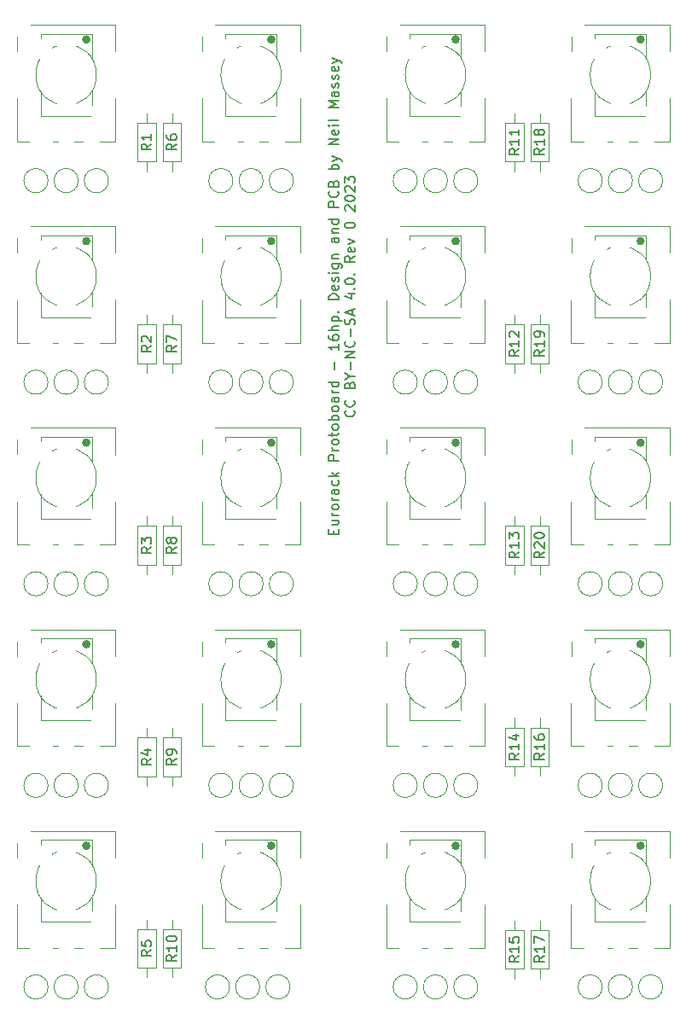
<source format=gto>
G04 #@! TF.GenerationSoftware,KiCad,Pcbnew,(6.0.11-0)*
G04 #@! TF.CreationDate,2023-03-26T21:42:55+01:00*
G04 #@! TF.ProjectId,ioboard,696f626f-6172-4642-9e6b-696361645f70,rev?*
G04 #@! TF.SameCoordinates,Original*
G04 #@! TF.FileFunction,Legend,Top*
G04 #@! TF.FilePolarity,Positive*
%FSLAX46Y46*%
G04 Gerber Fmt 4.6, Leading zero omitted, Abs format (unit mm)*
G04 Created by KiCad (PCBNEW (6.0.11-0)) date 2023-03-26 21:42:55*
%MOMM*%
%LPD*%
G01*
G04 APERTURE LIST*
%ADD10C,0.150000*%
%ADD11C,0.120000*%
%ADD12C,0.420555*%
%ADD13O,2.500000X4.500000*%
%ADD14R,1.800000X1.800000*%
%ADD15C,1.800000*%
%ADD16C,2.000000*%
%ADD17C,1.400000*%
%ADD18O,1.400000X1.400000*%
%ADD19C,1.700000*%
%ADD20O,1.700000X1.700000*%
G04 APERTURE END LIST*
D10*
X39023571Y-52047619D02*
X39023571Y-51714285D01*
X39547380Y-51571428D02*
X39547380Y-52047619D01*
X38547380Y-52047619D01*
X38547380Y-51571428D01*
X38880714Y-50714285D02*
X39547380Y-50714285D01*
X38880714Y-51142857D02*
X39404523Y-51142857D01*
X39499761Y-51095238D01*
X39547380Y-50999999D01*
X39547380Y-50857142D01*
X39499761Y-50761904D01*
X39452142Y-50714285D01*
X39547380Y-50238095D02*
X38880714Y-50238095D01*
X39071190Y-50238095D02*
X38975952Y-50190476D01*
X38928333Y-50142857D01*
X38880714Y-50047619D01*
X38880714Y-49952380D01*
X39547380Y-49476190D02*
X39499761Y-49571428D01*
X39452142Y-49619047D01*
X39356904Y-49666666D01*
X39071190Y-49666666D01*
X38975952Y-49619047D01*
X38928333Y-49571428D01*
X38880714Y-49476190D01*
X38880714Y-49333333D01*
X38928333Y-49238095D01*
X38975952Y-49190476D01*
X39071190Y-49142857D01*
X39356904Y-49142857D01*
X39452142Y-49190476D01*
X39499761Y-49238095D01*
X39547380Y-49333333D01*
X39547380Y-49476190D01*
X39547380Y-48714285D02*
X38880714Y-48714285D01*
X39071190Y-48714285D02*
X38975952Y-48666666D01*
X38928333Y-48619047D01*
X38880714Y-48523809D01*
X38880714Y-48428571D01*
X39547380Y-47666666D02*
X39023571Y-47666666D01*
X38928333Y-47714285D01*
X38880714Y-47809523D01*
X38880714Y-47999999D01*
X38928333Y-48095238D01*
X39499761Y-47666666D02*
X39547380Y-47761904D01*
X39547380Y-47999999D01*
X39499761Y-48095238D01*
X39404523Y-48142857D01*
X39309285Y-48142857D01*
X39214047Y-48095238D01*
X39166428Y-47999999D01*
X39166428Y-47761904D01*
X39118809Y-47666666D01*
X39499761Y-46761904D02*
X39547380Y-46857142D01*
X39547380Y-47047619D01*
X39499761Y-47142857D01*
X39452142Y-47190476D01*
X39356904Y-47238095D01*
X39071190Y-47238095D01*
X38975952Y-47190476D01*
X38928333Y-47142857D01*
X38880714Y-47047619D01*
X38880714Y-46857142D01*
X38928333Y-46761904D01*
X39547380Y-46333333D02*
X38547380Y-46333333D01*
X39166428Y-46238095D02*
X39547380Y-45952380D01*
X38880714Y-45952380D02*
X39261666Y-46333333D01*
X39547380Y-44761904D02*
X38547380Y-44761904D01*
X38547380Y-44380952D01*
X38595000Y-44285714D01*
X38642619Y-44238095D01*
X38737857Y-44190476D01*
X38880714Y-44190476D01*
X38975952Y-44238095D01*
X39023571Y-44285714D01*
X39071190Y-44380952D01*
X39071190Y-44761904D01*
X39547380Y-43761904D02*
X38880714Y-43761904D01*
X39071190Y-43761904D02*
X38975952Y-43714285D01*
X38928333Y-43666666D01*
X38880714Y-43571428D01*
X38880714Y-43476190D01*
X39547380Y-42999999D02*
X39499761Y-43095238D01*
X39452142Y-43142857D01*
X39356904Y-43190476D01*
X39071190Y-43190476D01*
X38975952Y-43142857D01*
X38928333Y-43095238D01*
X38880714Y-42999999D01*
X38880714Y-42857142D01*
X38928333Y-42761904D01*
X38975952Y-42714285D01*
X39071190Y-42666666D01*
X39356904Y-42666666D01*
X39452142Y-42714285D01*
X39499761Y-42761904D01*
X39547380Y-42857142D01*
X39547380Y-42999999D01*
X38880714Y-42380952D02*
X38880714Y-41999999D01*
X38547380Y-42238095D02*
X39404523Y-42238095D01*
X39499761Y-42190476D01*
X39547380Y-42095238D01*
X39547380Y-41999999D01*
X39547380Y-41523809D02*
X39499761Y-41619047D01*
X39452142Y-41666666D01*
X39356904Y-41714285D01*
X39071190Y-41714285D01*
X38975952Y-41666666D01*
X38928333Y-41619047D01*
X38880714Y-41523809D01*
X38880714Y-41380952D01*
X38928333Y-41285714D01*
X38975952Y-41238095D01*
X39071190Y-41190476D01*
X39356904Y-41190476D01*
X39452142Y-41238095D01*
X39499761Y-41285714D01*
X39547380Y-41380952D01*
X39547380Y-41523809D01*
X39547380Y-40761904D02*
X38547380Y-40761904D01*
X38928333Y-40761904D02*
X38880714Y-40666666D01*
X38880714Y-40476190D01*
X38928333Y-40380952D01*
X38975952Y-40333333D01*
X39071190Y-40285714D01*
X39356904Y-40285714D01*
X39452142Y-40333333D01*
X39499761Y-40380952D01*
X39547380Y-40476190D01*
X39547380Y-40666666D01*
X39499761Y-40761904D01*
X39547380Y-39714285D02*
X39499761Y-39809523D01*
X39452142Y-39857142D01*
X39356904Y-39904761D01*
X39071190Y-39904761D01*
X38975952Y-39857142D01*
X38928333Y-39809523D01*
X38880714Y-39714285D01*
X38880714Y-39571428D01*
X38928333Y-39476190D01*
X38975952Y-39428571D01*
X39071190Y-39380952D01*
X39356904Y-39380952D01*
X39452142Y-39428571D01*
X39499761Y-39476190D01*
X39547380Y-39571428D01*
X39547380Y-39714285D01*
X39547380Y-38523809D02*
X39023571Y-38523809D01*
X38928333Y-38571428D01*
X38880714Y-38666666D01*
X38880714Y-38857142D01*
X38928333Y-38952380D01*
X39499761Y-38523809D02*
X39547380Y-38619047D01*
X39547380Y-38857142D01*
X39499761Y-38952380D01*
X39404523Y-38999999D01*
X39309285Y-38999999D01*
X39214047Y-38952380D01*
X39166428Y-38857142D01*
X39166428Y-38619047D01*
X39118809Y-38523809D01*
X39547380Y-38047619D02*
X38880714Y-38047619D01*
X39071190Y-38047619D02*
X38975952Y-37999999D01*
X38928333Y-37952380D01*
X38880714Y-37857142D01*
X38880714Y-37761904D01*
X39547380Y-36999999D02*
X38547380Y-36999999D01*
X39499761Y-36999999D02*
X39547380Y-37095238D01*
X39547380Y-37285714D01*
X39499761Y-37380952D01*
X39452142Y-37428571D01*
X39356904Y-37476190D01*
X39071190Y-37476190D01*
X38975952Y-37428571D01*
X38928333Y-37380952D01*
X38880714Y-37285714D01*
X38880714Y-37095238D01*
X38928333Y-36999999D01*
X39166428Y-35761904D02*
X39166428Y-34999999D01*
X39547380Y-33238095D02*
X39547380Y-33809523D01*
X39547380Y-33523809D02*
X38547380Y-33523809D01*
X38690238Y-33619047D01*
X38785476Y-33714285D01*
X38833095Y-33809523D01*
X38547380Y-32380952D02*
X38547380Y-32571428D01*
X38595000Y-32666666D01*
X38642619Y-32714285D01*
X38785476Y-32809523D01*
X38975952Y-32857142D01*
X39356904Y-32857142D01*
X39452142Y-32809523D01*
X39499761Y-32761904D01*
X39547380Y-32666666D01*
X39547380Y-32476190D01*
X39499761Y-32380952D01*
X39452142Y-32333333D01*
X39356904Y-32285714D01*
X39118809Y-32285714D01*
X39023571Y-32333333D01*
X38975952Y-32380952D01*
X38928333Y-32476190D01*
X38928333Y-32666666D01*
X38975952Y-32761904D01*
X39023571Y-32809523D01*
X39118809Y-32857142D01*
X39547380Y-31857142D02*
X38547380Y-31857142D01*
X39547380Y-31428571D02*
X39023571Y-31428571D01*
X38928333Y-31476190D01*
X38880714Y-31571428D01*
X38880714Y-31714285D01*
X38928333Y-31809523D01*
X38975952Y-31857142D01*
X38880714Y-30952380D02*
X39880714Y-30952380D01*
X38928333Y-30952380D02*
X38880714Y-30857142D01*
X38880714Y-30666666D01*
X38928333Y-30571428D01*
X38975952Y-30523809D01*
X39071190Y-30476190D01*
X39356904Y-30476190D01*
X39452142Y-30523809D01*
X39499761Y-30571428D01*
X39547380Y-30666666D01*
X39547380Y-30857142D01*
X39499761Y-30952380D01*
X39452142Y-30047619D02*
X39499761Y-30000000D01*
X39547380Y-30047619D01*
X39499761Y-30095238D01*
X39452142Y-30047619D01*
X39547380Y-30047619D01*
X39547380Y-28809523D02*
X38547380Y-28809523D01*
X38547380Y-28571428D01*
X38595000Y-28428571D01*
X38690238Y-28333333D01*
X38785476Y-28285714D01*
X38975952Y-28238095D01*
X39118809Y-28238095D01*
X39309285Y-28285714D01*
X39404523Y-28333333D01*
X39499761Y-28428571D01*
X39547380Y-28571428D01*
X39547380Y-28809523D01*
X39499761Y-27428571D02*
X39547380Y-27523809D01*
X39547380Y-27714285D01*
X39499761Y-27809523D01*
X39404523Y-27857142D01*
X39023571Y-27857142D01*
X38928333Y-27809523D01*
X38880714Y-27714285D01*
X38880714Y-27523809D01*
X38928333Y-27428571D01*
X39023571Y-27380952D01*
X39118809Y-27380952D01*
X39214047Y-27857142D01*
X39499761Y-27000000D02*
X39547380Y-26904761D01*
X39547380Y-26714285D01*
X39499761Y-26619047D01*
X39404523Y-26571428D01*
X39356904Y-26571428D01*
X39261666Y-26619047D01*
X39214047Y-26714285D01*
X39214047Y-26857142D01*
X39166428Y-26952380D01*
X39071190Y-27000000D01*
X39023571Y-27000000D01*
X38928333Y-26952380D01*
X38880714Y-26857142D01*
X38880714Y-26714285D01*
X38928333Y-26619047D01*
X39547380Y-26142857D02*
X38880714Y-26142857D01*
X38547380Y-26142857D02*
X38595000Y-26190476D01*
X38642619Y-26142857D01*
X38595000Y-26095238D01*
X38547380Y-26142857D01*
X38642619Y-26142857D01*
X38880714Y-25238095D02*
X39690238Y-25238095D01*
X39785476Y-25285714D01*
X39833095Y-25333333D01*
X39880714Y-25428571D01*
X39880714Y-25571428D01*
X39833095Y-25666666D01*
X39499761Y-25238095D02*
X39547380Y-25333333D01*
X39547380Y-25523809D01*
X39499761Y-25619047D01*
X39452142Y-25666666D01*
X39356904Y-25714285D01*
X39071190Y-25714285D01*
X38975952Y-25666666D01*
X38928333Y-25619047D01*
X38880714Y-25523809D01*
X38880714Y-25333333D01*
X38928333Y-25238095D01*
X38880714Y-24761904D02*
X39547380Y-24761904D01*
X38975952Y-24761904D02*
X38928333Y-24714285D01*
X38880714Y-24619047D01*
X38880714Y-24476190D01*
X38928333Y-24380952D01*
X39023571Y-24333333D01*
X39547380Y-24333333D01*
X39547380Y-22666666D02*
X39023571Y-22666666D01*
X38928333Y-22714285D01*
X38880714Y-22809523D01*
X38880714Y-23000000D01*
X38928333Y-23095238D01*
X39499761Y-22666666D02*
X39547380Y-22761904D01*
X39547380Y-23000000D01*
X39499761Y-23095238D01*
X39404523Y-23142857D01*
X39309285Y-23142857D01*
X39214047Y-23095238D01*
X39166428Y-23000000D01*
X39166428Y-22761904D01*
X39118809Y-22666666D01*
X38880714Y-22190476D02*
X39547380Y-22190476D01*
X38975952Y-22190476D02*
X38928333Y-22142857D01*
X38880714Y-22047619D01*
X38880714Y-21904761D01*
X38928333Y-21809523D01*
X39023571Y-21761904D01*
X39547380Y-21761904D01*
X39547380Y-20857142D02*
X38547380Y-20857142D01*
X39499761Y-20857142D02*
X39547380Y-20952380D01*
X39547380Y-21142857D01*
X39499761Y-21238095D01*
X39452142Y-21285714D01*
X39356904Y-21333333D01*
X39071190Y-21333333D01*
X38975952Y-21285714D01*
X38928333Y-21238095D01*
X38880714Y-21142857D01*
X38880714Y-20952380D01*
X38928333Y-20857142D01*
X39547380Y-19619047D02*
X38547380Y-19619047D01*
X38547380Y-19238095D01*
X38595000Y-19142857D01*
X38642619Y-19095238D01*
X38737857Y-19047619D01*
X38880714Y-19047619D01*
X38975952Y-19095238D01*
X39023571Y-19142857D01*
X39071190Y-19238095D01*
X39071190Y-19619047D01*
X39452142Y-18047619D02*
X39499761Y-18095238D01*
X39547380Y-18238095D01*
X39547380Y-18333333D01*
X39499761Y-18476190D01*
X39404523Y-18571428D01*
X39309285Y-18619047D01*
X39118809Y-18666666D01*
X38975952Y-18666666D01*
X38785476Y-18619047D01*
X38690238Y-18571428D01*
X38595000Y-18476190D01*
X38547380Y-18333333D01*
X38547380Y-18238095D01*
X38595000Y-18095238D01*
X38642619Y-18047619D01*
X39023571Y-17285714D02*
X39071190Y-17142857D01*
X39118809Y-17095238D01*
X39214047Y-17047619D01*
X39356904Y-17047619D01*
X39452142Y-17095238D01*
X39499761Y-17142857D01*
X39547380Y-17238095D01*
X39547380Y-17619047D01*
X38547380Y-17619047D01*
X38547380Y-17285714D01*
X38595000Y-17190476D01*
X38642619Y-17142857D01*
X38737857Y-17095238D01*
X38833095Y-17095238D01*
X38928333Y-17142857D01*
X38975952Y-17190476D01*
X39023571Y-17285714D01*
X39023571Y-17619047D01*
X39547380Y-15857142D02*
X38547380Y-15857142D01*
X38928333Y-15857142D02*
X38880714Y-15761904D01*
X38880714Y-15571428D01*
X38928333Y-15476190D01*
X38975952Y-15428571D01*
X39071190Y-15380952D01*
X39356904Y-15380952D01*
X39452142Y-15428571D01*
X39499761Y-15476190D01*
X39547380Y-15571428D01*
X39547380Y-15761904D01*
X39499761Y-15857142D01*
X38880714Y-15047619D02*
X39547380Y-14809523D01*
X38880714Y-14571428D02*
X39547380Y-14809523D01*
X39785476Y-14904761D01*
X39833095Y-14952380D01*
X39880714Y-15047619D01*
X39547380Y-13428571D02*
X38547380Y-13428571D01*
X39547380Y-12857142D01*
X38547380Y-12857142D01*
X39499761Y-12000000D02*
X39547380Y-12095238D01*
X39547380Y-12285714D01*
X39499761Y-12380952D01*
X39404523Y-12428571D01*
X39023571Y-12428571D01*
X38928333Y-12380952D01*
X38880714Y-12285714D01*
X38880714Y-12095238D01*
X38928333Y-12000000D01*
X39023571Y-11952380D01*
X39118809Y-11952380D01*
X39214047Y-12428571D01*
X39547380Y-11523809D02*
X38880714Y-11523809D01*
X38547380Y-11523809D02*
X38595000Y-11571428D01*
X38642619Y-11523809D01*
X38595000Y-11476190D01*
X38547380Y-11523809D01*
X38642619Y-11523809D01*
X39547380Y-10904761D02*
X39499761Y-11000000D01*
X39404523Y-11047619D01*
X38547380Y-11047619D01*
X39547380Y-9761904D02*
X38547380Y-9761904D01*
X39261666Y-9428571D01*
X38547380Y-9095238D01*
X39547380Y-9095238D01*
X39547380Y-8190476D02*
X39023571Y-8190476D01*
X38928333Y-8238095D01*
X38880714Y-8333333D01*
X38880714Y-8523809D01*
X38928333Y-8619047D01*
X39499761Y-8190476D02*
X39547380Y-8285714D01*
X39547380Y-8523809D01*
X39499761Y-8619047D01*
X39404523Y-8666666D01*
X39309285Y-8666666D01*
X39214047Y-8619047D01*
X39166428Y-8523809D01*
X39166428Y-8285714D01*
X39118809Y-8190476D01*
X39499761Y-7761904D02*
X39547380Y-7666666D01*
X39547380Y-7476190D01*
X39499761Y-7380952D01*
X39404523Y-7333333D01*
X39356904Y-7333333D01*
X39261666Y-7380952D01*
X39214047Y-7476190D01*
X39214047Y-7619047D01*
X39166428Y-7714285D01*
X39071190Y-7761904D01*
X39023571Y-7761904D01*
X38928333Y-7714285D01*
X38880714Y-7619047D01*
X38880714Y-7476190D01*
X38928333Y-7380952D01*
X39499761Y-6952380D02*
X39547380Y-6857142D01*
X39547380Y-6666666D01*
X39499761Y-6571428D01*
X39404523Y-6523809D01*
X39356904Y-6523809D01*
X39261666Y-6571428D01*
X39214047Y-6666666D01*
X39214047Y-6809523D01*
X39166428Y-6904761D01*
X39071190Y-6952380D01*
X39023571Y-6952380D01*
X38928333Y-6904761D01*
X38880714Y-6809523D01*
X38880714Y-6666666D01*
X38928333Y-6571428D01*
X39499761Y-5714285D02*
X39547380Y-5809523D01*
X39547380Y-6000000D01*
X39499761Y-6095238D01*
X39404523Y-6142857D01*
X39023571Y-6142857D01*
X38928333Y-6095238D01*
X38880714Y-6000000D01*
X38880714Y-5809523D01*
X38928333Y-5714285D01*
X39023571Y-5666666D01*
X39118809Y-5666666D01*
X39214047Y-6142857D01*
X38880714Y-5333333D02*
X39547380Y-5095238D01*
X38880714Y-4857142D02*
X39547380Y-5095238D01*
X39785476Y-5190476D01*
X39833095Y-5238095D01*
X39880714Y-5333333D01*
X41062142Y-39809523D02*
X41109761Y-39857142D01*
X41157380Y-40000000D01*
X41157380Y-40095238D01*
X41109761Y-40238095D01*
X41014523Y-40333333D01*
X40919285Y-40380952D01*
X40728809Y-40428571D01*
X40585952Y-40428571D01*
X40395476Y-40380952D01*
X40300238Y-40333333D01*
X40205000Y-40238095D01*
X40157380Y-40095238D01*
X40157380Y-40000000D01*
X40205000Y-39857142D01*
X40252619Y-39809523D01*
X41062142Y-38809523D02*
X41109761Y-38857142D01*
X41157380Y-39000000D01*
X41157380Y-39095238D01*
X41109761Y-39238095D01*
X41014523Y-39333333D01*
X40919285Y-39380952D01*
X40728809Y-39428571D01*
X40585952Y-39428571D01*
X40395476Y-39380952D01*
X40300238Y-39333333D01*
X40205000Y-39238095D01*
X40157380Y-39095238D01*
X40157380Y-39000000D01*
X40205000Y-38857142D01*
X40252619Y-38809523D01*
X40633571Y-37285714D02*
X40681190Y-37142857D01*
X40728809Y-37095238D01*
X40824047Y-37047619D01*
X40966904Y-37047619D01*
X41062142Y-37095238D01*
X41109761Y-37142857D01*
X41157380Y-37238095D01*
X41157380Y-37619047D01*
X40157380Y-37619047D01*
X40157380Y-37285714D01*
X40205000Y-37190476D01*
X40252619Y-37142857D01*
X40347857Y-37095238D01*
X40443095Y-37095238D01*
X40538333Y-37142857D01*
X40585952Y-37190476D01*
X40633571Y-37285714D01*
X40633571Y-37619047D01*
X40681190Y-36428571D02*
X41157380Y-36428571D01*
X40157380Y-36761904D02*
X40681190Y-36428571D01*
X40157380Y-36095238D01*
X40776428Y-35761904D02*
X40776428Y-35000000D01*
X41157380Y-34523809D02*
X40157380Y-34523809D01*
X41157380Y-33952380D01*
X40157380Y-33952380D01*
X41062142Y-32904761D02*
X41109761Y-32952380D01*
X41157380Y-33095238D01*
X41157380Y-33190476D01*
X41109761Y-33333333D01*
X41014523Y-33428571D01*
X40919285Y-33476190D01*
X40728809Y-33523809D01*
X40585952Y-33523809D01*
X40395476Y-33476190D01*
X40300238Y-33428571D01*
X40205000Y-33333333D01*
X40157380Y-33190476D01*
X40157380Y-33095238D01*
X40205000Y-32952380D01*
X40252619Y-32904761D01*
X40776428Y-32476190D02*
X40776428Y-31714285D01*
X41109761Y-31285714D02*
X41157380Y-31142857D01*
X41157380Y-30904761D01*
X41109761Y-30809523D01*
X41062142Y-30761904D01*
X40966904Y-30714285D01*
X40871666Y-30714285D01*
X40776428Y-30761904D01*
X40728809Y-30809523D01*
X40681190Y-30904761D01*
X40633571Y-31095238D01*
X40585952Y-31190476D01*
X40538333Y-31238095D01*
X40443095Y-31285714D01*
X40347857Y-31285714D01*
X40252619Y-31238095D01*
X40205000Y-31190476D01*
X40157380Y-31095238D01*
X40157380Y-30857142D01*
X40205000Y-30714285D01*
X40871666Y-30333333D02*
X40871666Y-29857142D01*
X41157380Y-30428571D02*
X40157380Y-30095238D01*
X41157380Y-29761904D01*
X40490714Y-28238095D02*
X41157380Y-28238095D01*
X40109761Y-28476190D02*
X40824047Y-28714285D01*
X40824047Y-28095238D01*
X41062142Y-27714285D02*
X41109761Y-27666666D01*
X41157380Y-27714285D01*
X41109761Y-27761904D01*
X41062142Y-27714285D01*
X41157380Y-27714285D01*
X40157380Y-27047619D02*
X40157380Y-26952380D01*
X40205000Y-26857142D01*
X40252619Y-26809523D01*
X40347857Y-26761904D01*
X40538333Y-26714285D01*
X40776428Y-26714285D01*
X40966904Y-26761904D01*
X41062142Y-26809523D01*
X41109761Y-26857142D01*
X41157380Y-26952380D01*
X41157380Y-27047619D01*
X41109761Y-27142857D01*
X41062142Y-27190476D01*
X40966904Y-27238095D01*
X40776428Y-27285714D01*
X40538333Y-27285714D01*
X40347857Y-27238095D01*
X40252619Y-27190476D01*
X40205000Y-27142857D01*
X40157380Y-27047619D01*
X41062142Y-26285714D02*
X41109761Y-26238095D01*
X41157380Y-26285714D01*
X41109761Y-26333333D01*
X41062142Y-26285714D01*
X41157380Y-26285714D01*
X41157380Y-24476190D02*
X40681190Y-24809523D01*
X41157380Y-25047619D02*
X40157380Y-25047619D01*
X40157380Y-24666666D01*
X40205000Y-24571428D01*
X40252619Y-24523809D01*
X40347857Y-24476190D01*
X40490714Y-24476190D01*
X40585952Y-24523809D01*
X40633571Y-24571428D01*
X40681190Y-24666666D01*
X40681190Y-25047619D01*
X41109761Y-23666666D02*
X41157380Y-23761904D01*
X41157380Y-23952380D01*
X41109761Y-24047619D01*
X41014523Y-24095238D01*
X40633571Y-24095238D01*
X40538333Y-24047619D01*
X40490714Y-23952380D01*
X40490714Y-23761904D01*
X40538333Y-23666666D01*
X40633571Y-23619047D01*
X40728809Y-23619047D01*
X40824047Y-24095238D01*
X40490714Y-23285714D02*
X41157380Y-23047619D01*
X40490714Y-22809523D01*
X40157380Y-21476190D02*
X40157380Y-21380952D01*
X40205000Y-21285714D01*
X40252619Y-21238095D01*
X40347857Y-21190476D01*
X40538333Y-21142857D01*
X40776428Y-21142857D01*
X40966904Y-21190476D01*
X41062142Y-21238095D01*
X41109761Y-21285714D01*
X41157380Y-21380952D01*
X41157380Y-21476190D01*
X41109761Y-21571428D01*
X41062142Y-21619047D01*
X40966904Y-21666666D01*
X40776428Y-21714285D01*
X40538333Y-21714285D01*
X40347857Y-21666666D01*
X40252619Y-21619047D01*
X40205000Y-21571428D01*
X40157380Y-21476190D01*
X40252619Y-20000000D02*
X40205000Y-19952380D01*
X40157380Y-19857142D01*
X40157380Y-19619047D01*
X40205000Y-19523809D01*
X40252619Y-19476190D01*
X40347857Y-19428571D01*
X40443095Y-19428571D01*
X40585952Y-19476190D01*
X41157380Y-20047619D01*
X41157380Y-19428571D01*
X40157380Y-18809523D02*
X40157380Y-18714285D01*
X40205000Y-18619047D01*
X40252619Y-18571428D01*
X40347857Y-18523809D01*
X40538333Y-18476190D01*
X40776428Y-18476190D01*
X40966904Y-18523809D01*
X41062142Y-18571428D01*
X41109761Y-18619047D01*
X41157380Y-18714285D01*
X41157380Y-18809523D01*
X41109761Y-18904761D01*
X41062142Y-18952380D01*
X40966904Y-19000000D01*
X40776428Y-19047619D01*
X40538333Y-19047619D01*
X40347857Y-19000000D01*
X40252619Y-18952380D01*
X40205000Y-18904761D01*
X40157380Y-18809523D01*
X40252619Y-18095238D02*
X40205000Y-18047619D01*
X40157380Y-17952380D01*
X40157380Y-17714285D01*
X40205000Y-17619047D01*
X40252619Y-17571428D01*
X40347857Y-17523809D01*
X40443095Y-17523809D01*
X40585952Y-17571428D01*
X41157380Y-18142857D01*
X41157380Y-17523809D01*
X40157380Y-17190476D02*
X40157380Y-16571428D01*
X40538333Y-16904761D01*
X40538333Y-16761904D01*
X40585952Y-16666666D01*
X40633571Y-16619047D01*
X40728809Y-16571428D01*
X40966904Y-16571428D01*
X41062142Y-16619047D01*
X41109761Y-16666666D01*
X41157380Y-16761904D01*
X41157380Y-17047619D01*
X41109761Y-17142857D01*
X41062142Y-17190476D01*
X57452380Y-93932857D02*
X56976190Y-94266190D01*
X57452380Y-94504285D02*
X56452380Y-94504285D01*
X56452380Y-94123333D01*
X56500000Y-94028095D01*
X56547619Y-93980476D01*
X56642857Y-93932857D01*
X56785714Y-93932857D01*
X56880952Y-93980476D01*
X56928571Y-94028095D01*
X56976190Y-94123333D01*
X56976190Y-94504285D01*
X57452380Y-92980476D02*
X57452380Y-93551904D01*
X57452380Y-93266190D02*
X56452380Y-93266190D01*
X56595238Y-93361428D01*
X56690476Y-93456666D01*
X56738095Y-93551904D01*
X56452380Y-92075714D02*
X56452380Y-92551904D01*
X56928571Y-92599523D01*
X56880952Y-92551904D01*
X56833333Y-92456666D01*
X56833333Y-92218571D01*
X56880952Y-92123333D01*
X56928571Y-92075714D01*
X57023809Y-92028095D01*
X57261904Y-92028095D01*
X57357142Y-92075714D01*
X57404761Y-92123333D01*
X57452380Y-92218571D01*
X57452380Y-92456666D01*
X57404761Y-92551904D01*
X57357142Y-92599523D01*
X59952380Y-93932857D02*
X59476190Y-94266190D01*
X59952380Y-94504285D02*
X58952380Y-94504285D01*
X58952380Y-94123333D01*
X59000000Y-94028095D01*
X59047619Y-93980476D01*
X59142857Y-93932857D01*
X59285714Y-93932857D01*
X59380952Y-93980476D01*
X59428571Y-94028095D01*
X59476190Y-94123333D01*
X59476190Y-94504285D01*
X59952380Y-92980476D02*
X59952380Y-93551904D01*
X59952380Y-93266190D02*
X58952380Y-93266190D01*
X59095238Y-93361428D01*
X59190476Y-93456666D01*
X59238095Y-93551904D01*
X58952380Y-92647142D02*
X58952380Y-91980476D01*
X59952380Y-92409047D01*
X20952380Y-74356666D02*
X20476190Y-74690000D01*
X20952380Y-74928095D02*
X19952380Y-74928095D01*
X19952380Y-74547142D01*
X20000000Y-74451904D01*
X20047619Y-74404285D01*
X20142857Y-74356666D01*
X20285714Y-74356666D01*
X20380952Y-74404285D01*
X20428571Y-74451904D01*
X20476190Y-74547142D01*
X20476190Y-74928095D01*
X20285714Y-73499523D02*
X20952380Y-73499523D01*
X19904761Y-73737619D02*
X20619047Y-73975714D01*
X20619047Y-73356666D01*
X59952380Y-13832857D02*
X59476190Y-14166190D01*
X59952380Y-14404285D02*
X58952380Y-14404285D01*
X58952380Y-14023333D01*
X59000000Y-13928095D01*
X59047619Y-13880476D01*
X59142857Y-13832857D01*
X59285714Y-13832857D01*
X59380952Y-13880476D01*
X59428571Y-13928095D01*
X59476190Y-14023333D01*
X59476190Y-14404285D01*
X59952380Y-12880476D02*
X59952380Y-13451904D01*
X59952380Y-13166190D02*
X58952380Y-13166190D01*
X59095238Y-13261428D01*
X59190476Y-13356666D01*
X59238095Y-13451904D01*
X59380952Y-12309047D02*
X59333333Y-12404285D01*
X59285714Y-12451904D01*
X59190476Y-12499523D01*
X59142857Y-12499523D01*
X59047619Y-12451904D01*
X59000000Y-12404285D01*
X58952380Y-12309047D01*
X58952380Y-12118571D01*
X59000000Y-12023333D01*
X59047619Y-11975714D01*
X59142857Y-11928095D01*
X59190476Y-11928095D01*
X59285714Y-11975714D01*
X59333333Y-12023333D01*
X59380952Y-12118571D01*
X59380952Y-12309047D01*
X59428571Y-12404285D01*
X59476190Y-12451904D01*
X59571428Y-12499523D01*
X59761904Y-12499523D01*
X59857142Y-12451904D01*
X59904761Y-12404285D01*
X59952380Y-12309047D01*
X59952380Y-12118571D01*
X59904761Y-12023333D01*
X59857142Y-11975714D01*
X59761904Y-11928095D01*
X59571428Y-11928095D01*
X59476190Y-11975714D01*
X59428571Y-12023333D01*
X59380952Y-12118571D01*
X23452380Y-33356666D02*
X22976190Y-33690000D01*
X23452380Y-33928095D02*
X22452380Y-33928095D01*
X22452380Y-33547142D01*
X22500000Y-33451904D01*
X22547619Y-33404285D01*
X22642857Y-33356666D01*
X22785714Y-33356666D01*
X22880952Y-33404285D01*
X22928571Y-33451904D01*
X22976190Y-33547142D01*
X22976190Y-33928095D01*
X22452380Y-33023333D02*
X22452380Y-32356666D01*
X23452380Y-32785238D01*
X57452380Y-73832857D02*
X56976190Y-74166190D01*
X57452380Y-74404285D02*
X56452380Y-74404285D01*
X56452380Y-74023333D01*
X56500000Y-73928095D01*
X56547619Y-73880476D01*
X56642857Y-73832857D01*
X56785714Y-73832857D01*
X56880952Y-73880476D01*
X56928571Y-73928095D01*
X56976190Y-74023333D01*
X56976190Y-74404285D01*
X57452380Y-72880476D02*
X57452380Y-73451904D01*
X57452380Y-73166190D02*
X56452380Y-73166190D01*
X56595238Y-73261428D01*
X56690476Y-73356666D01*
X56738095Y-73451904D01*
X56785714Y-72023333D02*
X57452380Y-72023333D01*
X56404761Y-72261428D02*
X57119047Y-72499523D01*
X57119047Y-71880476D01*
X20952380Y-53356666D02*
X20476190Y-53690000D01*
X20952380Y-53928095D02*
X19952380Y-53928095D01*
X19952380Y-53547142D01*
X20000000Y-53451904D01*
X20047619Y-53404285D01*
X20142857Y-53356666D01*
X20285714Y-53356666D01*
X20380952Y-53404285D01*
X20428571Y-53451904D01*
X20476190Y-53547142D01*
X20476190Y-53928095D01*
X19952380Y-53023333D02*
X19952380Y-52404285D01*
X20333333Y-52737619D01*
X20333333Y-52594761D01*
X20380952Y-52499523D01*
X20428571Y-52451904D01*
X20523809Y-52404285D01*
X20761904Y-52404285D01*
X20857142Y-52451904D01*
X20904761Y-52499523D01*
X20952380Y-52594761D01*
X20952380Y-52880476D01*
X20904761Y-52975714D01*
X20857142Y-53023333D01*
X20952380Y-33356666D02*
X20476190Y-33690000D01*
X20952380Y-33928095D02*
X19952380Y-33928095D01*
X19952380Y-33547142D01*
X20000000Y-33451904D01*
X20047619Y-33404285D01*
X20142857Y-33356666D01*
X20285714Y-33356666D01*
X20380952Y-33404285D01*
X20428571Y-33451904D01*
X20476190Y-33547142D01*
X20476190Y-33928095D01*
X20047619Y-32975714D02*
X20000000Y-32928095D01*
X19952380Y-32832857D01*
X19952380Y-32594761D01*
X20000000Y-32499523D01*
X20047619Y-32451904D01*
X20142857Y-32404285D01*
X20238095Y-32404285D01*
X20380952Y-32451904D01*
X20952380Y-33023333D01*
X20952380Y-32404285D01*
X23452380Y-53356666D02*
X22976190Y-53690000D01*
X23452380Y-53928095D02*
X22452380Y-53928095D01*
X22452380Y-53547142D01*
X22500000Y-53451904D01*
X22547619Y-53404285D01*
X22642857Y-53356666D01*
X22785714Y-53356666D01*
X22880952Y-53404285D01*
X22928571Y-53451904D01*
X22976190Y-53547142D01*
X22976190Y-53928095D01*
X22880952Y-52785238D02*
X22833333Y-52880476D01*
X22785714Y-52928095D01*
X22690476Y-52975714D01*
X22642857Y-52975714D01*
X22547619Y-52928095D01*
X22500000Y-52880476D01*
X22452380Y-52785238D01*
X22452380Y-52594761D01*
X22500000Y-52499523D01*
X22547619Y-52451904D01*
X22642857Y-52404285D01*
X22690476Y-52404285D01*
X22785714Y-52451904D01*
X22833333Y-52499523D01*
X22880952Y-52594761D01*
X22880952Y-52785238D01*
X22928571Y-52880476D01*
X22976190Y-52928095D01*
X23071428Y-52975714D01*
X23261904Y-52975714D01*
X23357142Y-52928095D01*
X23404761Y-52880476D01*
X23452380Y-52785238D01*
X23452380Y-52594761D01*
X23404761Y-52499523D01*
X23357142Y-52451904D01*
X23261904Y-52404285D01*
X23071428Y-52404285D01*
X22976190Y-52451904D01*
X22928571Y-52499523D01*
X22880952Y-52594761D01*
X23452380Y-74356666D02*
X22976190Y-74690000D01*
X23452380Y-74928095D02*
X22452380Y-74928095D01*
X22452380Y-74547142D01*
X22500000Y-74451904D01*
X22547619Y-74404285D01*
X22642857Y-74356666D01*
X22785714Y-74356666D01*
X22880952Y-74404285D01*
X22928571Y-74451904D01*
X22976190Y-74547142D01*
X22976190Y-74928095D01*
X23452380Y-73880476D02*
X23452380Y-73690000D01*
X23404761Y-73594761D01*
X23357142Y-73547142D01*
X23214285Y-73451904D01*
X23023809Y-73404285D01*
X22642857Y-73404285D01*
X22547619Y-73451904D01*
X22500000Y-73499523D01*
X22452380Y-73594761D01*
X22452380Y-73785238D01*
X22500000Y-73880476D01*
X22547619Y-73928095D01*
X22642857Y-73975714D01*
X22880952Y-73975714D01*
X22976190Y-73928095D01*
X23023809Y-73880476D01*
X23071428Y-73785238D01*
X23071428Y-73594761D01*
X23023809Y-73499523D01*
X22976190Y-73451904D01*
X22880952Y-73404285D01*
X23452380Y-93832857D02*
X22976190Y-94166190D01*
X23452380Y-94404285D02*
X22452380Y-94404285D01*
X22452380Y-94023333D01*
X22500000Y-93928095D01*
X22547619Y-93880476D01*
X22642857Y-93832857D01*
X22785714Y-93832857D01*
X22880952Y-93880476D01*
X22928571Y-93928095D01*
X22976190Y-94023333D01*
X22976190Y-94404285D01*
X23452380Y-92880476D02*
X23452380Y-93451904D01*
X23452380Y-93166190D02*
X22452380Y-93166190D01*
X22595238Y-93261428D01*
X22690476Y-93356666D01*
X22738095Y-93451904D01*
X22452380Y-92261428D02*
X22452380Y-92166190D01*
X22500000Y-92070952D01*
X22547619Y-92023333D01*
X22642857Y-91975714D01*
X22833333Y-91928095D01*
X23071428Y-91928095D01*
X23261904Y-91975714D01*
X23357142Y-92023333D01*
X23404761Y-92070952D01*
X23452380Y-92166190D01*
X23452380Y-92261428D01*
X23404761Y-92356666D01*
X23357142Y-92404285D01*
X23261904Y-92451904D01*
X23071428Y-92499523D01*
X22833333Y-92499523D01*
X22642857Y-92451904D01*
X22547619Y-92404285D01*
X22500000Y-92356666D01*
X22452380Y-92261428D01*
X57452380Y-53832857D02*
X56976190Y-54166190D01*
X57452380Y-54404285D02*
X56452380Y-54404285D01*
X56452380Y-54023333D01*
X56500000Y-53928095D01*
X56547619Y-53880476D01*
X56642857Y-53832857D01*
X56785714Y-53832857D01*
X56880952Y-53880476D01*
X56928571Y-53928095D01*
X56976190Y-54023333D01*
X56976190Y-54404285D01*
X57452380Y-52880476D02*
X57452380Y-53451904D01*
X57452380Y-53166190D02*
X56452380Y-53166190D01*
X56595238Y-53261428D01*
X56690476Y-53356666D01*
X56738095Y-53451904D01*
X56452380Y-52547142D02*
X56452380Y-51928095D01*
X56833333Y-52261428D01*
X56833333Y-52118571D01*
X56880952Y-52023333D01*
X56928571Y-51975714D01*
X57023809Y-51928095D01*
X57261904Y-51928095D01*
X57357142Y-51975714D01*
X57404761Y-52023333D01*
X57452380Y-52118571D01*
X57452380Y-52404285D01*
X57404761Y-52499523D01*
X57357142Y-52547142D01*
X23452380Y-13356666D02*
X22976190Y-13690000D01*
X23452380Y-13928095D02*
X22452380Y-13928095D01*
X22452380Y-13547142D01*
X22500000Y-13451904D01*
X22547619Y-13404285D01*
X22642857Y-13356666D01*
X22785714Y-13356666D01*
X22880952Y-13404285D01*
X22928571Y-13451904D01*
X22976190Y-13547142D01*
X22976190Y-13928095D01*
X22452380Y-12499523D02*
X22452380Y-12690000D01*
X22500000Y-12785238D01*
X22547619Y-12832857D01*
X22690476Y-12928095D01*
X22880952Y-12975714D01*
X23261904Y-12975714D01*
X23357142Y-12928095D01*
X23404761Y-12880476D01*
X23452380Y-12785238D01*
X23452380Y-12594761D01*
X23404761Y-12499523D01*
X23357142Y-12451904D01*
X23261904Y-12404285D01*
X23023809Y-12404285D01*
X22928571Y-12451904D01*
X22880952Y-12499523D01*
X22833333Y-12594761D01*
X22833333Y-12785238D01*
X22880952Y-12880476D01*
X22928571Y-12928095D01*
X23023809Y-12975714D01*
X59952380Y-53832857D02*
X59476190Y-54166190D01*
X59952380Y-54404285D02*
X58952380Y-54404285D01*
X58952380Y-54023333D01*
X59000000Y-53928095D01*
X59047619Y-53880476D01*
X59142857Y-53832857D01*
X59285714Y-53832857D01*
X59380952Y-53880476D01*
X59428571Y-53928095D01*
X59476190Y-54023333D01*
X59476190Y-54404285D01*
X59047619Y-53451904D02*
X59000000Y-53404285D01*
X58952380Y-53309047D01*
X58952380Y-53070952D01*
X59000000Y-52975714D01*
X59047619Y-52928095D01*
X59142857Y-52880476D01*
X59238095Y-52880476D01*
X59380952Y-52928095D01*
X59952380Y-53499523D01*
X59952380Y-52880476D01*
X58952380Y-52261428D02*
X58952380Y-52166190D01*
X59000000Y-52070952D01*
X59047619Y-52023333D01*
X59142857Y-51975714D01*
X59333333Y-51928095D01*
X59571428Y-51928095D01*
X59761904Y-51975714D01*
X59857142Y-52023333D01*
X59904761Y-52070952D01*
X59952380Y-52166190D01*
X59952380Y-52261428D01*
X59904761Y-52356666D01*
X59857142Y-52404285D01*
X59761904Y-52451904D01*
X59571428Y-52499523D01*
X59333333Y-52499523D01*
X59142857Y-52451904D01*
X59047619Y-52404285D01*
X59000000Y-52356666D01*
X58952380Y-52261428D01*
X57452380Y-33832857D02*
X56976190Y-34166190D01*
X57452380Y-34404285D02*
X56452380Y-34404285D01*
X56452380Y-34023333D01*
X56500000Y-33928095D01*
X56547619Y-33880476D01*
X56642857Y-33832857D01*
X56785714Y-33832857D01*
X56880952Y-33880476D01*
X56928571Y-33928095D01*
X56976190Y-34023333D01*
X56976190Y-34404285D01*
X57452380Y-32880476D02*
X57452380Y-33451904D01*
X57452380Y-33166190D02*
X56452380Y-33166190D01*
X56595238Y-33261428D01*
X56690476Y-33356666D01*
X56738095Y-33451904D01*
X56547619Y-32499523D02*
X56500000Y-32451904D01*
X56452380Y-32356666D01*
X56452380Y-32118571D01*
X56500000Y-32023333D01*
X56547619Y-31975714D01*
X56642857Y-31928095D01*
X56738095Y-31928095D01*
X56880952Y-31975714D01*
X57452380Y-32547142D01*
X57452380Y-31928095D01*
X20952380Y-93356666D02*
X20476190Y-93690000D01*
X20952380Y-93928095D02*
X19952380Y-93928095D01*
X19952380Y-93547142D01*
X20000000Y-93451904D01*
X20047619Y-93404285D01*
X20142857Y-93356666D01*
X20285714Y-93356666D01*
X20380952Y-93404285D01*
X20428571Y-93451904D01*
X20476190Y-93547142D01*
X20476190Y-93928095D01*
X19952380Y-92451904D02*
X19952380Y-92928095D01*
X20428571Y-92975714D01*
X20380952Y-92928095D01*
X20333333Y-92832857D01*
X20333333Y-92594761D01*
X20380952Y-92499523D01*
X20428571Y-92451904D01*
X20523809Y-92404285D01*
X20761904Y-92404285D01*
X20857142Y-92451904D01*
X20904761Y-92499523D01*
X20952380Y-92594761D01*
X20952380Y-92832857D01*
X20904761Y-92928095D01*
X20857142Y-92975714D01*
X20952380Y-13356666D02*
X20476190Y-13690000D01*
X20952380Y-13928095D02*
X19952380Y-13928095D01*
X19952380Y-13547142D01*
X20000000Y-13451904D01*
X20047619Y-13404285D01*
X20142857Y-13356666D01*
X20285714Y-13356666D01*
X20380952Y-13404285D01*
X20428571Y-13451904D01*
X20476190Y-13547142D01*
X20476190Y-13928095D01*
X20952380Y-12404285D02*
X20952380Y-12975714D01*
X20952380Y-12690000D02*
X19952380Y-12690000D01*
X20095238Y-12785238D01*
X20190476Y-12880476D01*
X20238095Y-12975714D01*
X59952380Y-73832857D02*
X59476190Y-74166190D01*
X59952380Y-74404285D02*
X58952380Y-74404285D01*
X58952380Y-74023333D01*
X59000000Y-73928095D01*
X59047619Y-73880476D01*
X59142857Y-73832857D01*
X59285714Y-73832857D01*
X59380952Y-73880476D01*
X59428571Y-73928095D01*
X59476190Y-74023333D01*
X59476190Y-74404285D01*
X59952380Y-72880476D02*
X59952380Y-73451904D01*
X59952380Y-73166190D02*
X58952380Y-73166190D01*
X59095238Y-73261428D01*
X59190476Y-73356666D01*
X59238095Y-73451904D01*
X58952380Y-72023333D02*
X58952380Y-72213809D01*
X59000000Y-72309047D01*
X59047619Y-72356666D01*
X59190476Y-72451904D01*
X59380952Y-72499523D01*
X59761904Y-72499523D01*
X59857142Y-72451904D01*
X59904761Y-72404285D01*
X59952380Y-72309047D01*
X59952380Y-72118571D01*
X59904761Y-72023333D01*
X59857142Y-71975714D01*
X59761904Y-71928095D01*
X59523809Y-71928095D01*
X59428571Y-71975714D01*
X59380952Y-72023333D01*
X59333333Y-72118571D01*
X59333333Y-72309047D01*
X59380952Y-72404285D01*
X59428571Y-72451904D01*
X59523809Y-72499523D01*
X57452380Y-13832857D02*
X56976190Y-14166190D01*
X57452380Y-14404285D02*
X56452380Y-14404285D01*
X56452380Y-14023333D01*
X56500000Y-13928095D01*
X56547619Y-13880476D01*
X56642857Y-13832857D01*
X56785714Y-13832857D01*
X56880952Y-13880476D01*
X56928571Y-13928095D01*
X56976190Y-14023333D01*
X56976190Y-14404285D01*
X57452380Y-12880476D02*
X57452380Y-13451904D01*
X57452380Y-13166190D02*
X56452380Y-13166190D01*
X56595238Y-13261428D01*
X56690476Y-13356666D01*
X56738095Y-13451904D01*
X57452380Y-11928095D02*
X57452380Y-12499523D01*
X57452380Y-12213809D02*
X56452380Y-12213809D01*
X56595238Y-12309047D01*
X56690476Y-12404285D01*
X56738095Y-12499523D01*
X59952380Y-33832857D02*
X59476190Y-34166190D01*
X59952380Y-34404285D02*
X58952380Y-34404285D01*
X58952380Y-34023333D01*
X59000000Y-33928095D01*
X59047619Y-33880476D01*
X59142857Y-33832857D01*
X59285714Y-33832857D01*
X59380952Y-33880476D01*
X59428571Y-33928095D01*
X59476190Y-34023333D01*
X59476190Y-34404285D01*
X59952380Y-32880476D02*
X59952380Y-33451904D01*
X59952380Y-33166190D02*
X58952380Y-33166190D01*
X59095238Y-33261428D01*
X59190476Y-33356666D01*
X59238095Y-33451904D01*
X59952380Y-32404285D02*
X59952380Y-32213809D01*
X59904761Y-32118571D01*
X59857142Y-32070952D01*
X59714285Y-31975714D01*
X59523809Y-31928095D01*
X59142857Y-31928095D01*
X59047619Y-31975714D01*
X59000000Y-32023333D01*
X58952380Y-32118571D01*
X58952380Y-32309047D01*
X59000000Y-32404285D01*
X59047619Y-32451904D01*
X59142857Y-32499523D01*
X59380952Y-32499523D01*
X59476190Y-32451904D01*
X59523809Y-32404285D01*
X59571428Y-32309047D01*
X59571428Y-32118571D01*
X59523809Y-32023333D01*
X59476190Y-31975714D01*
X59380952Y-31928095D01*
D11*
X27160000Y-53120000D02*
X25980000Y-53120000D01*
X30060000Y-53120000D02*
X29530000Y-53120000D01*
X25970000Y-53120000D02*
X25970000Y-48846340D01*
X35720000Y-41530000D02*
X25980000Y-41530000D01*
X35720000Y-53120000D02*
X35720000Y-48826020D01*
X35720000Y-44170200D02*
X35720000Y-41530000D01*
X32510000Y-53120000D02*
X31680000Y-53120000D01*
X35720000Y-53120000D02*
X34230000Y-53120000D01*
X25980000Y-44154960D02*
X25980000Y-41530000D01*
X13700000Y-97000000D02*
G75*
G03*
X13700000Y-97000000I-1200000J0D01*
G01*
X35050000Y-37000000D02*
G75*
G03*
X35050000Y-37000000I-1200000J0D01*
G01*
X28310000Y-42430000D02*
X33390000Y-42430000D01*
X28310000Y-42430000D02*
X28310000Y-44880000D01*
X28310000Y-50560000D02*
X28310000Y-48120000D01*
X33390000Y-42430000D02*
X33390000Y-44910000D01*
X28310000Y-50560000D02*
X33390000Y-50560000D01*
X33390000Y-50560000D02*
X33390000Y-48110000D01*
X33850000Y-46500000D02*
G75*
G03*
X33850000Y-46500000I-3000000J0D01*
G01*
D12*
X33060277Y-43000000D02*
G75*
G03*
X33060277Y-43000000I-210277J0D01*
G01*
D11*
X54020000Y-81530000D02*
X44280000Y-81530000D01*
X54020000Y-84170200D02*
X54020000Y-81530000D01*
X50810000Y-93120000D02*
X49980000Y-93120000D01*
X44270000Y-93120000D02*
X44270000Y-88846340D01*
X54020000Y-93120000D02*
X54020000Y-88826020D01*
X45460000Y-93120000D02*
X44280000Y-93120000D01*
X44280000Y-84154960D02*
X44280000Y-81530000D01*
X48360000Y-93120000D02*
X47830000Y-93120000D01*
X54020000Y-93120000D02*
X52530000Y-93120000D01*
X68700000Y-97000000D02*
G75*
G03*
X68700000Y-97000000I-1200000J0D01*
G01*
X17370000Y-53120000D02*
X17370000Y-48826020D01*
X7620000Y-53120000D02*
X7620000Y-48846340D01*
X17370000Y-41530000D02*
X7630000Y-41530000D01*
X17370000Y-44170200D02*
X17370000Y-41530000D01*
X17370000Y-53120000D02*
X15880000Y-53120000D01*
X14160000Y-53120000D02*
X13330000Y-53120000D01*
X7630000Y-44154960D02*
X7630000Y-41530000D01*
X8810000Y-53120000D02*
X7630000Y-53120000D01*
X11710000Y-53120000D02*
X11180000Y-53120000D01*
X57000000Y-96160000D02*
X57000000Y-95210000D01*
X56080000Y-95210000D02*
X57920000Y-95210000D01*
X57920000Y-95210000D02*
X57920000Y-91370000D01*
X56080000Y-91370000D02*
X56080000Y-95210000D01*
X57000000Y-90420000D02*
X57000000Y-91370000D01*
X57920000Y-91370000D02*
X56080000Y-91370000D01*
X69160000Y-13120000D02*
X68330000Y-13120000D01*
X66710000Y-13120000D02*
X66180000Y-13120000D01*
X72370000Y-1530000D02*
X62630000Y-1530000D01*
X62620000Y-13120000D02*
X62620000Y-8846340D01*
X63810000Y-13120000D02*
X62630000Y-13120000D01*
X72370000Y-13120000D02*
X70880000Y-13120000D01*
X72370000Y-13120000D02*
X72370000Y-8826020D01*
X62630000Y-4154960D02*
X62630000Y-1530000D01*
X72370000Y-4170200D02*
X72370000Y-1530000D01*
X32050000Y-17000000D02*
G75*
G03*
X32050000Y-17000000I-1200000J0D01*
G01*
X64960000Y-30560000D02*
X70040000Y-30560000D01*
X64960000Y-30560000D02*
X64960000Y-28120000D01*
X70040000Y-22430000D02*
X70040000Y-24910000D01*
X64960000Y-22430000D02*
X70040000Y-22430000D01*
X64960000Y-22430000D02*
X64960000Y-24880000D01*
X70040000Y-30560000D02*
X70040000Y-28110000D01*
D12*
X69710277Y-23000000D02*
G75*
G03*
X69710277Y-23000000I-210277J0D01*
G01*
D11*
X70500000Y-26500000D02*
G75*
G03*
X70500000Y-26500000I-3000000J0D01*
G01*
X64960000Y-62430000D02*
X64960000Y-64880000D01*
X64960000Y-70560000D02*
X64960000Y-68120000D01*
X64960000Y-70560000D02*
X70040000Y-70560000D01*
X64960000Y-62430000D02*
X70040000Y-62430000D01*
X70040000Y-62430000D02*
X70040000Y-64910000D01*
X70040000Y-70560000D02*
X70040000Y-68110000D01*
D12*
X69710277Y-63000000D02*
G75*
G03*
X69710277Y-63000000I-210277J0D01*
G01*
D11*
X70500000Y-66500000D02*
G75*
G03*
X70500000Y-66500000I-3000000J0D01*
G01*
X10700000Y-97000000D02*
G75*
G03*
X10700000Y-97000000I-1200000J0D01*
G01*
X10700000Y-57000000D02*
G75*
G03*
X10700000Y-57000000I-1200000J0D01*
G01*
X9960000Y-30560000D02*
X9960000Y-28120000D01*
X15040000Y-30560000D02*
X15040000Y-28110000D01*
X15040000Y-22430000D02*
X15040000Y-24910000D01*
X9960000Y-22430000D02*
X9960000Y-24880000D01*
X9960000Y-22430000D02*
X15040000Y-22430000D01*
X9960000Y-30560000D02*
X15040000Y-30560000D01*
D12*
X14710277Y-23000000D02*
G75*
G03*
X14710277Y-23000000I-210277J0D01*
G01*
D11*
X15500000Y-26500000D02*
G75*
G03*
X15500000Y-26500000I-3000000J0D01*
G01*
X64960000Y-50560000D02*
X64960000Y-48120000D01*
X70040000Y-42430000D02*
X70040000Y-44910000D01*
X64960000Y-50560000D02*
X70040000Y-50560000D01*
X70040000Y-50560000D02*
X70040000Y-48110000D01*
X64960000Y-42430000D02*
X64960000Y-44880000D01*
X64960000Y-42430000D02*
X70040000Y-42430000D01*
X70500000Y-46500000D02*
G75*
G03*
X70500000Y-46500000I-3000000J0D01*
G01*
D12*
X69710277Y-43000000D02*
G75*
G03*
X69710277Y-43000000I-210277J0D01*
G01*
D11*
X7630000Y-24154960D02*
X7630000Y-21530000D01*
X17370000Y-33120000D02*
X15880000Y-33120000D01*
X8810000Y-33120000D02*
X7630000Y-33120000D01*
X14160000Y-33120000D02*
X13330000Y-33120000D01*
X17370000Y-21530000D02*
X7630000Y-21530000D01*
X17370000Y-24170200D02*
X17370000Y-21530000D01*
X11710000Y-33120000D02*
X11180000Y-33120000D01*
X7620000Y-33120000D02*
X7620000Y-28846340D01*
X17370000Y-33120000D02*
X17370000Y-28826020D01*
X68700000Y-17000000D02*
G75*
G03*
X68700000Y-17000000I-1200000J0D01*
G01*
X32050000Y-77000000D02*
G75*
G03*
X32050000Y-77000000I-1200000J0D01*
G01*
X59500000Y-96160000D02*
X59500000Y-95210000D01*
X59500000Y-90420000D02*
X59500000Y-91370000D01*
X60420000Y-91370000D02*
X58580000Y-91370000D01*
X58580000Y-95210000D02*
X60420000Y-95210000D01*
X58580000Y-91370000D02*
X58580000Y-95210000D01*
X60420000Y-95210000D02*
X60420000Y-91370000D01*
X28720000Y-97000000D02*
G75*
G03*
X28720000Y-97000000I-1200000J0D01*
G01*
X29050000Y-37000000D02*
G75*
G03*
X29050000Y-37000000I-1200000J0D01*
G01*
X65700000Y-17000000D02*
G75*
G03*
X65700000Y-17000000I-1200000J0D01*
G01*
X15040000Y-70560000D02*
X15040000Y-68110000D01*
X9960000Y-70560000D02*
X9960000Y-68120000D01*
X9960000Y-62430000D02*
X9960000Y-64880000D01*
X9960000Y-70560000D02*
X15040000Y-70560000D01*
X9960000Y-62430000D02*
X15040000Y-62430000D01*
X15040000Y-62430000D02*
X15040000Y-64910000D01*
X15500000Y-66500000D02*
G75*
G03*
X15500000Y-66500000I-3000000J0D01*
G01*
D12*
X14710277Y-63000000D02*
G75*
G03*
X14710277Y-63000000I-210277J0D01*
G01*
D11*
X21420000Y-76110000D02*
X21420000Y-72270000D01*
X20500000Y-71320000D02*
X20500000Y-72270000D01*
X19580000Y-76110000D02*
X21420000Y-76110000D01*
X20500000Y-77060000D02*
X20500000Y-76110000D01*
X19580000Y-72270000D02*
X19580000Y-76110000D01*
X21420000Y-72270000D02*
X19580000Y-72270000D01*
X17370000Y-73120000D02*
X17370000Y-68826020D01*
X7630000Y-64154960D02*
X7630000Y-61530000D01*
X17370000Y-64170200D02*
X17370000Y-61530000D01*
X14160000Y-73120000D02*
X13330000Y-73120000D01*
X7620000Y-73120000D02*
X7620000Y-68846340D01*
X17370000Y-61530000D02*
X7630000Y-61530000D01*
X17370000Y-73120000D02*
X15880000Y-73120000D01*
X8810000Y-73120000D02*
X7630000Y-73120000D01*
X11710000Y-73120000D02*
X11180000Y-73120000D01*
X71700000Y-77000000D02*
G75*
G03*
X71700000Y-77000000I-1200000J0D01*
G01*
X32510000Y-33120000D02*
X31680000Y-33120000D01*
X25970000Y-33120000D02*
X25970000Y-28846340D01*
X35720000Y-21530000D02*
X25980000Y-21530000D01*
X25980000Y-24154960D02*
X25980000Y-21530000D01*
X35720000Y-33120000D02*
X34230000Y-33120000D01*
X35720000Y-24170200D02*
X35720000Y-21530000D01*
X30060000Y-33120000D02*
X29530000Y-33120000D01*
X27160000Y-33120000D02*
X25980000Y-33120000D01*
X35720000Y-33120000D02*
X35720000Y-28826020D01*
X7620000Y-93120000D02*
X7620000Y-88846340D01*
X14160000Y-93120000D02*
X13330000Y-93120000D01*
X7630000Y-84154960D02*
X7630000Y-81530000D01*
X17370000Y-84170200D02*
X17370000Y-81530000D01*
X17370000Y-93120000D02*
X15880000Y-93120000D01*
X17370000Y-81530000D02*
X7630000Y-81530000D01*
X17370000Y-93120000D02*
X17370000Y-88826020D01*
X8810000Y-93120000D02*
X7630000Y-93120000D01*
X11710000Y-93120000D02*
X11180000Y-93120000D01*
X32510000Y-73120000D02*
X31680000Y-73120000D01*
X35720000Y-64170200D02*
X35720000Y-61530000D01*
X35720000Y-73120000D02*
X34230000Y-73120000D01*
X35720000Y-73120000D02*
X35720000Y-68826020D01*
X30060000Y-73120000D02*
X29530000Y-73120000D01*
X27160000Y-73120000D02*
X25980000Y-73120000D01*
X25970000Y-73120000D02*
X25970000Y-68846340D01*
X35720000Y-61530000D02*
X25980000Y-61530000D01*
X25980000Y-64154960D02*
X25980000Y-61530000D01*
X58580000Y-11270000D02*
X58580000Y-15110000D01*
X59500000Y-10320000D02*
X59500000Y-11270000D01*
X60420000Y-11270000D02*
X58580000Y-11270000D01*
X58580000Y-15110000D02*
X60420000Y-15110000D01*
X60420000Y-15110000D02*
X60420000Y-11270000D01*
X59500000Y-16060000D02*
X59500000Y-15110000D01*
X22080000Y-35110000D02*
X23920000Y-35110000D01*
X22080000Y-31270000D02*
X22080000Y-35110000D01*
X23000000Y-36060000D02*
X23000000Y-35110000D01*
X23000000Y-30320000D02*
X23000000Y-31270000D01*
X23920000Y-31270000D02*
X22080000Y-31270000D01*
X23920000Y-35110000D02*
X23920000Y-31270000D01*
X34720000Y-97000000D02*
G75*
G03*
X34720000Y-97000000I-1200000J0D01*
G01*
X53350000Y-77000000D02*
G75*
G03*
X53350000Y-77000000I-1200000J0D01*
G01*
X56080000Y-75110000D02*
X57920000Y-75110000D01*
X57000000Y-76060000D02*
X57000000Y-75110000D01*
X57920000Y-75110000D02*
X57920000Y-71270000D01*
X56080000Y-71270000D02*
X56080000Y-75110000D01*
X57920000Y-71270000D02*
X56080000Y-71270000D01*
X57000000Y-70320000D02*
X57000000Y-71270000D01*
X64960000Y-90560000D02*
X70040000Y-90560000D01*
X70040000Y-82430000D02*
X70040000Y-84910000D01*
X64960000Y-82430000D02*
X70040000Y-82430000D01*
X70040000Y-90560000D02*
X70040000Y-88110000D01*
X64960000Y-82430000D02*
X64960000Y-84880000D01*
X64960000Y-90560000D02*
X64960000Y-88120000D01*
D12*
X69710277Y-83000000D02*
G75*
G03*
X69710277Y-83000000I-210277J0D01*
G01*
D11*
X70500000Y-86500000D02*
G75*
G03*
X70500000Y-86500000I-3000000J0D01*
G01*
X21420000Y-51270000D02*
X19580000Y-51270000D01*
X21420000Y-55110000D02*
X21420000Y-51270000D01*
X19580000Y-55110000D02*
X21420000Y-55110000D01*
X19580000Y-51270000D02*
X19580000Y-55110000D01*
X20500000Y-50320000D02*
X20500000Y-51270000D01*
X20500000Y-56060000D02*
X20500000Y-55110000D01*
X50350000Y-97000000D02*
G75*
G03*
X50350000Y-97000000I-1200000J0D01*
G01*
X10700000Y-17000000D02*
G75*
G03*
X10700000Y-17000000I-1200000J0D01*
G01*
X46610000Y-10560000D02*
X46610000Y-8120000D01*
X46610000Y-2430000D02*
X46610000Y-4880000D01*
X51690000Y-2430000D02*
X51690000Y-4910000D01*
X46610000Y-10560000D02*
X51690000Y-10560000D01*
X51690000Y-10560000D02*
X51690000Y-8110000D01*
X46610000Y-2430000D02*
X51690000Y-2430000D01*
D12*
X51360277Y-3000000D02*
G75*
G03*
X51360277Y-3000000I-210277J0D01*
G01*
D11*
X52150000Y-6500000D02*
G75*
G03*
X52150000Y-6500000I-3000000J0D01*
G01*
X21420000Y-31270000D02*
X19580000Y-31270000D01*
X20500000Y-30320000D02*
X20500000Y-31270000D01*
X20500000Y-36060000D02*
X20500000Y-35110000D01*
X19580000Y-35110000D02*
X21420000Y-35110000D01*
X19580000Y-31270000D02*
X19580000Y-35110000D01*
X21420000Y-35110000D02*
X21420000Y-31270000D01*
X32050000Y-37000000D02*
G75*
G03*
X32050000Y-37000000I-1200000J0D01*
G01*
X47350000Y-57000000D02*
G75*
G03*
X47350000Y-57000000I-1200000J0D01*
G01*
X28310000Y-2430000D02*
X28310000Y-4880000D01*
X28310000Y-10560000D02*
X33390000Y-10560000D01*
X33390000Y-2430000D02*
X33390000Y-4910000D01*
X28310000Y-2430000D02*
X33390000Y-2430000D01*
X28310000Y-10560000D02*
X28310000Y-8120000D01*
X33390000Y-10560000D02*
X33390000Y-8110000D01*
X33850000Y-6500000D02*
G75*
G03*
X33850000Y-6500000I-3000000J0D01*
G01*
D12*
X33060277Y-3000000D02*
G75*
G03*
X33060277Y-3000000I-210277J0D01*
G01*
D11*
X53350000Y-17000000D02*
G75*
G03*
X53350000Y-17000000I-1200000J0D01*
G01*
X47350000Y-77000000D02*
G75*
G03*
X47350000Y-77000000I-1200000J0D01*
G01*
X47350000Y-97000000D02*
G75*
G03*
X47350000Y-97000000I-1200000J0D01*
G01*
X23000000Y-56060000D02*
X23000000Y-55110000D01*
X23920000Y-55110000D02*
X23920000Y-51270000D01*
X23000000Y-50320000D02*
X23000000Y-51270000D01*
X22080000Y-55110000D02*
X23920000Y-55110000D01*
X23920000Y-51270000D02*
X22080000Y-51270000D01*
X22080000Y-51270000D02*
X22080000Y-55110000D01*
X23000000Y-71320000D02*
X23000000Y-72270000D01*
X22080000Y-72270000D02*
X22080000Y-76110000D01*
X23920000Y-76110000D02*
X23920000Y-72270000D01*
X23000000Y-77060000D02*
X23000000Y-76110000D01*
X22080000Y-76110000D02*
X23920000Y-76110000D01*
X23920000Y-72270000D02*
X22080000Y-72270000D01*
X63810000Y-53120000D02*
X62630000Y-53120000D01*
X72370000Y-44170200D02*
X72370000Y-41530000D01*
X72370000Y-53120000D02*
X72370000Y-48826020D01*
X66710000Y-53120000D02*
X66180000Y-53120000D01*
X72370000Y-41530000D02*
X62630000Y-41530000D01*
X62620000Y-53120000D02*
X62620000Y-48846340D01*
X72370000Y-53120000D02*
X70880000Y-53120000D01*
X69160000Y-53120000D02*
X68330000Y-53120000D01*
X62630000Y-44154960D02*
X62630000Y-41530000D01*
X10700000Y-37000000D02*
G75*
G03*
X10700000Y-37000000I-1200000J0D01*
G01*
X71700000Y-37000000D02*
G75*
G03*
X71700000Y-37000000I-1200000J0D01*
G01*
X13700000Y-37000000D02*
G75*
G03*
X13700000Y-37000000I-1200000J0D01*
G01*
X29050000Y-77000000D02*
G75*
G03*
X29050000Y-77000000I-1200000J0D01*
G01*
X68700000Y-77000000D02*
G75*
G03*
X68700000Y-77000000I-1200000J0D01*
G01*
X23920000Y-91270000D02*
X22080000Y-91270000D01*
X22080000Y-95110000D02*
X23920000Y-95110000D01*
X23000000Y-90320000D02*
X23000000Y-91270000D01*
X23000000Y-96060000D02*
X23000000Y-95110000D01*
X22080000Y-91270000D02*
X22080000Y-95110000D01*
X23920000Y-95110000D02*
X23920000Y-91270000D01*
X54020000Y-33120000D02*
X52530000Y-33120000D01*
X54020000Y-24170200D02*
X54020000Y-21530000D01*
X54020000Y-21530000D02*
X44280000Y-21530000D01*
X50810000Y-33120000D02*
X49980000Y-33120000D01*
X48360000Y-33120000D02*
X47830000Y-33120000D01*
X54020000Y-33120000D02*
X54020000Y-28826020D01*
X44270000Y-33120000D02*
X44270000Y-28846340D01*
X44280000Y-24154960D02*
X44280000Y-21530000D01*
X45460000Y-33120000D02*
X44280000Y-33120000D01*
X53350000Y-57000000D02*
G75*
G03*
X53350000Y-57000000I-1200000J0D01*
G01*
X47350000Y-37000000D02*
G75*
G03*
X47350000Y-37000000I-1200000J0D01*
G01*
X63810000Y-73120000D02*
X62630000Y-73120000D01*
X62620000Y-73120000D02*
X62620000Y-68846340D01*
X66710000Y-73120000D02*
X66180000Y-73120000D01*
X69160000Y-73120000D02*
X68330000Y-73120000D01*
X72370000Y-73120000D02*
X70880000Y-73120000D01*
X72370000Y-61530000D02*
X62630000Y-61530000D01*
X72370000Y-73120000D02*
X72370000Y-68826020D01*
X62630000Y-64154960D02*
X62630000Y-61530000D01*
X72370000Y-64170200D02*
X72370000Y-61530000D01*
X68700000Y-57000000D02*
G75*
G03*
X68700000Y-57000000I-1200000J0D01*
G01*
X71700000Y-97000000D02*
G75*
G03*
X71700000Y-97000000I-1200000J0D01*
G01*
X9960000Y-2430000D02*
X9960000Y-4880000D01*
X15040000Y-2430000D02*
X15040000Y-4910000D01*
X9960000Y-2430000D02*
X15040000Y-2430000D01*
X15040000Y-10560000D02*
X15040000Y-8110000D01*
X9960000Y-10560000D02*
X15040000Y-10560000D01*
X9960000Y-10560000D02*
X9960000Y-8120000D01*
X15500000Y-6500000D02*
G75*
G03*
X15500000Y-6500000I-3000000J0D01*
G01*
D12*
X14710277Y-3000000D02*
G75*
G03*
X14710277Y-3000000I-210277J0D01*
G01*
D11*
X35050000Y-77000000D02*
G75*
G03*
X35050000Y-77000000I-1200000J0D01*
G01*
X16700000Y-77000000D02*
G75*
G03*
X16700000Y-77000000I-1200000J0D01*
G01*
X50350000Y-57000000D02*
G75*
G03*
X50350000Y-57000000I-1200000J0D01*
G01*
X10700000Y-77000000D02*
G75*
G03*
X10700000Y-77000000I-1200000J0D01*
G01*
X29050000Y-57000000D02*
G75*
G03*
X29050000Y-57000000I-1200000J0D01*
G01*
X71700000Y-57000000D02*
G75*
G03*
X71700000Y-57000000I-1200000J0D01*
G01*
X47350000Y-17000000D02*
G75*
G03*
X47350000Y-17000000I-1200000J0D01*
G01*
X32050000Y-57000000D02*
G75*
G03*
X32050000Y-57000000I-1200000J0D01*
G01*
X25980000Y-84154960D02*
X25980000Y-81530000D01*
X35720000Y-93120000D02*
X34230000Y-93120000D01*
X32510000Y-93120000D02*
X31680000Y-93120000D01*
X30060000Y-93120000D02*
X29530000Y-93120000D01*
X25970000Y-93120000D02*
X25970000Y-88846340D01*
X35720000Y-84170200D02*
X35720000Y-81530000D01*
X35720000Y-81530000D02*
X25980000Y-81530000D01*
X27160000Y-93120000D02*
X25980000Y-93120000D01*
X35720000Y-93120000D02*
X35720000Y-88826020D01*
X57000000Y-50320000D02*
X57000000Y-51270000D01*
X57000000Y-56060000D02*
X57000000Y-55110000D01*
X57920000Y-55110000D02*
X57920000Y-51270000D01*
X57920000Y-51270000D02*
X56080000Y-51270000D01*
X56080000Y-51270000D02*
X56080000Y-55110000D01*
X56080000Y-55110000D02*
X57920000Y-55110000D01*
X46610000Y-70560000D02*
X51690000Y-70560000D01*
X46610000Y-62430000D02*
X51690000Y-62430000D01*
X51690000Y-62430000D02*
X51690000Y-64910000D01*
X51690000Y-70560000D02*
X51690000Y-68110000D01*
X46610000Y-62430000D02*
X46610000Y-64880000D01*
X46610000Y-70560000D02*
X46610000Y-68120000D01*
X52150000Y-66500000D02*
G75*
G03*
X52150000Y-66500000I-3000000J0D01*
G01*
D12*
X51360277Y-63000000D02*
G75*
G03*
X51360277Y-63000000I-210277J0D01*
G01*
D11*
X23000000Y-10320000D02*
X23000000Y-11270000D01*
X23920000Y-15110000D02*
X23920000Y-11270000D01*
X23920000Y-11270000D02*
X22080000Y-11270000D01*
X22080000Y-11270000D02*
X22080000Y-15110000D01*
X22080000Y-15110000D02*
X23920000Y-15110000D01*
X23000000Y-16060000D02*
X23000000Y-15110000D01*
X46610000Y-82430000D02*
X46610000Y-84880000D01*
X51690000Y-82430000D02*
X51690000Y-84910000D01*
X51690000Y-90560000D02*
X51690000Y-88110000D01*
X46610000Y-90560000D02*
X51690000Y-90560000D01*
X46610000Y-82430000D02*
X51690000Y-82430000D01*
X46610000Y-90560000D02*
X46610000Y-88120000D01*
X52150000Y-86500000D02*
G75*
G03*
X52150000Y-86500000I-3000000J0D01*
G01*
D12*
X51360277Y-83000000D02*
G75*
G03*
X51360277Y-83000000I-210277J0D01*
G01*
D11*
X50350000Y-17000000D02*
G75*
G03*
X50350000Y-17000000I-1200000J0D01*
G01*
X69160000Y-93120000D02*
X68330000Y-93120000D01*
X72370000Y-93120000D02*
X70880000Y-93120000D01*
X72370000Y-84170200D02*
X72370000Y-81530000D01*
X72370000Y-81530000D02*
X62630000Y-81530000D01*
X62620000Y-93120000D02*
X62620000Y-88846340D01*
X72370000Y-93120000D02*
X72370000Y-88826020D01*
X66710000Y-93120000D02*
X66180000Y-93120000D01*
X62630000Y-84154960D02*
X62630000Y-81530000D01*
X63810000Y-93120000D02*
X62630000Y-93120000D01*
X13700000Y-77000000D02*
G75*
G03*
X13700000Y-77000000I-1200000J0D01*
G01*
X29050000Y-17000000D02*
G75*
G03*
X29050000Y-17000000I-1200000J0D01*
G01*
X50350000Y-37000000D02*
G75*
G03*
X50350000Y-37000000I-1200000J0D01*
G01*
X60420000Y-55110000D02*
X60420000Y-51270000D01*
X60420000Y-51270000D02*
X58580000Y-51270000D01*
X59500000Y-56060000D02*
X59500000Y-55110000D01*
X59500000Y-50320000D02*
X59500000Y-51270000D01*
X58580000Y-51270000D02*
X58580000Y-55110000D01*
X58580000Y-55110000D02*
X60420000Y-55110000D01*
X35050000Y-57000000D02*
G75*
G03*
X35050000Y-57000000I-1200000J0D01*
G01*
X35050000Y-17000000D02*
G75*
G03*
X35050000Y-17000000I-1200000J0D01*
G01*
X9960000Y-82430000D02*
X15040000Y-82430000D01*
X9960000Y-82430000D02*
X9960000Y-84880000D01*
X15040000Y-90560000D02*
X15040000Y-88110000D01*
X9960000Y-90560000D02*
X9960000Y-88120000D01*
X15040000Y-82430000D02*
X15040000Y-84910000D01*
X9960000Y-90560000D02*
X15040000Y-90560000D01*
X15500000Y-86500000D02*
G75*
G03*
X15500000Y-86500000I-3000000J0D01*
G01*
D12*
X14710277Y-83000000D02*
G75*
G03*
X14710277Y-83000000I-210277J0D01*
G01*
D11*
X56080000Y-31270000D02*
X56080000Y-35110000D01*
X57920000Y-31270000D02*
X56080000Y-31270000D01*
X57000000Y-30320000D02*
X57000000Y-31270000D01*
X57000000Y-36060000D02*
X57000000Y-35110000D01*
X56080000Y-35110000D02*
X57920000Y-35110000D01*
X57920000Y-35110000D02*
X57920000Y-31270000D01*
X13700000Y-57000000D02*
G75*
G03*
X13700000Y-57000000I-1200000J0D01*
G01*
X20500000Y-90320000D02*
X20500000Y-91270000D01*
X21420000Y-95110000D02*
X21420000Y-91270000D01*
X20500000Y-96060000D02*
X20500000Y-95110000D01*
X21420000Y-91270000D02*
X19580000Y-91270000D01*
X19580000Y-95110000D02*
X21420000Y-95110000D01*
X19580000Y-91270000D02*
X19580000Y-95110000D01*
X13700000Y-17000000D02*
G75*
G03*
X13700000Y-17000000I-1200000J0D01*
G01*
X21420000Y-11270000D02*
X19580000Y-11270000D01*
X21420000Y-15110000D02*
X21420000Y-11270000D01*
X20500000Y-10320000D02*
X20500000Y-11270000D01*
X19580000Y-15110000D02*
X21420000Y-15110000D01*
X19580000Y-11270000D02*
X19580000Y-15110000D01*
X20500000Y-16060000D02*
X20500000Y-15110000D01*
X25970000Y-13120000D02*
X25970000Y-8846340D01*
X32510000Y-13120000D02*
X31680000Y-13120000D01*
X30060000Y-13120000D02*
X29530000Y-13120000D01*
X35720000Y-13120000D02*
X35720000Y-8826020D01*
X35720000Y-1530000D02*
X25980000Y-1530000D01*
X35720000Y-13120000D02*
X34230000Y-13120000D01*
X25980000Y-4154960D02*
X25980000Y-1530000D01*
X35720000Y-4170200D02*
X35720000Y-1530000D01*
X27160000Y-13120000D02*
X25980000Y-13120000D01*
X33390000Y-90560000D02*
X33390000Y-88110000D01*
X28310000Y-90560000D02*
X28310000Y-88120000D01*
X28310000Y-82430000D02*
X28310000Y-84880000D01*
X28310000Y-90560000D02*
X33390000Y-90560000D01*
X33390000Y-82430000D02*
X33390000Y-84910000D01*
X28310000Y-82430000D02*
X33390000Y-82430000D01*
X33850000Y-86500000D02*
G75*
G03*
X33850000Y-86500000I-3000000J0D01*
G01*
D12*
X33060277Y-83000000D02*
G75*
G03*
X33060277Y-83000000I-210277J0D01*
G01*
D11*
X65700000Y-97000000D02*
G75*
G03*
X65700000Y-97000000I-1200000J0D01*
G01*
X53350000Y-97000000D02*
G75*
G03*
X53350000Y-97000000I-1200000J0D01*
G01*
X53350000Y-37000000D02*
G75*
G03*
X53350000Y-37000000I-1200000J0D01*
G01*
X16700000Y-97000000D02*
G75*
G03*
X16700000Y-97000000I-1200000J0D01*
G01*
X16700000Y-37000000D02*
G75*
G03*
X16700000Y-37000000I-1200000J0D01*
G01*
X45460000Y-13120000D02*
X44280000Y-13120000D01*
X54020000Y-13120000D02*
X54020000Y-8826020D01*
X54020000Y-4170200D02*
X54020000Y-1530000D01*
X48360000Y-13120000D02*
X47830000Y-13120000D01*
X50810000Y-13120000D02*
X49980000Y-13120000D01*
X44280000Y-4154960D02*
X44280000Y-1530000D01*
X54020000Y-13120000D02*
X52530000Y-13120000D01*
X44270000Y-13120000D02*
X44270000Y-8846340D01*
X54020000Y-1530000D02*
X44280000Y-1530000D01*
X9960000Y-42430000D02*
X9960000Y-44880000D01*
X9960000Y-42430000D02*
X15040000Y-42430000D01*
X9960000Y-50560000D02*
X9960000Y-48120000D01*
X15040000Y-50560000D02*
X15040000Y-48110000D01*
X15040000Y-42430000D02*
X15040000Y-44910000D01*
X9960000Y-50560000D02*
X15040000Y-50560000D01*
X15500000Y-46500000D02*
G75*
G03*
X15500000Y-46500000I-3000000J0D01*
G01*
D12*
X14710277Y-43000000D02*
G75*
G03*
X14710277Y-43000000I-210277J0D01*
G01*
D11*
X54020000Y-44170200D02*
X54020000Y-41530000D01*
X48360000Y-53120000D02*
X47830000Y-53120000D01*
X54020000Y-41530000D02*
X44280000Y-41530000D01*
X45460000Y-53120000D02*
X44280000Y-53120000D01*
X50810000Y-53120000D02*
X49980000Y-53120000D01*
X54020000Y-53120000D02*
X52530000Y-53120000D01*
X54020000Y-53120000D02*
X54020000Y-48826020D01*
X44280000Y-44154960D02*
X44280000Y-41530000D01*
X44270000Y-53120000D02*
X44270000Y-48846340D01*
X50350000Y-77000000D02*
G75*
G03*
X50350000Y-77000000I-1200000J0D01*
G01*
X51690000Y-42430000D02*
X51690000Y-44910000D01*
X51690000Y-50560000D02*
X51690000Y-48110000D01*
X46610000Y-42430000D02*
X46610000Y-44880000D01*
X46610000Y-42430000D02*
X51690000Y-42430000D01*
X46610000Y-50560000D02*
X46610000Y-48120000D01*
X46610000Y-50560000D02*
X51690000Y-50560000D01*
X52150000Y-46500000D02*
G75*
G03*
X52150000Y-46500000I-3000000J0D01*
G01*
D12*
X51360277Y-43000000D02*
G75*
G03*
X51360277Y-43000000I-210277J0D01*
G01*
D11*
X65700000Y-77000000D02*
G75*
G03*
X65700000Y-77000000I-1200000J0D01*
G01*
X65700000Y-57000000D02*
G75*
G03*
X65700000Y-57000000I-1200000J0D01*
G01*
X51690000Y-30560000D02*
X51690000Y-28110000D01*
X46610000Y-30560000D02*
X51690000Y-30560000D01*
X46610000Y-30560000D02*
X46610000Y-28120000D01*
X46610000Y-22430000D02*
X51690000Y-22430000D01*
X46610000Y-22430000D02*
X46610000Y-24880000D01*
X51690000Y-22430000D02*
X51690000Y-24910000D01*
X52150000Y-26500000D02*
G75*
G03*
X52150000Y-26500000I-3000000J0D01*
G01*
D12*
X51360277Y-23000000D02*
G75*
G03*
X51360277Y-23000000I-210277J0D01*
G01*
D11*
X71700000Y-17000000D02*
G75*
G03*
X71700000Y-17000000I-1200000J0D01*
G01*
X60420000Y-71270000D02*
X58580000Y-71270000D01*
X59500000Y-70320000D02*
X59500000Y-71270000D01*
X58580000Y-75110000D02*
X60420000Y-75110000D01*
X60420000Y-75110000D02*
X60420000Y-71270000D01*
X59500000Y-76060000D02*
X59500000Y-75110000D01*
X58580000Y-71270000D02*
X58580000Y-75110000D01*
X70040000Y-10560000D02*
X70040000Y-8110000D01*
X70040000Y-2430000D02*
X70040000Y-4910000D01*
X64960000Y-10560000D02*
X70040000Y-10560000D01*
X64960000Y-10560000D02*
X64960000Y-8120000D01*
X64960000Y-2430000D02*
X70040000Y-2430000D01*
X64960000Y-2430000D02*
X64960000Y-4880000D01*
X70500000Y-6500000D02*
G75*
G03*
X70500000Y-6500000I-3000000J0D01*
G01*
D12*
X69710277Y-3000000D02*
G75*
G03*
X69710277Y-3000000I-210277J0D01*
G01*
D11*
X8810000Y-13120000D02*
X7630000Y-13120000D01*
X17370000Y-1530000D02*
X7630000Y-1530000D01*
X7620000Y-13120000D02*
X7620000Y-8846340D01*
X11710000Y-13120000D02*
X11180000Y-13120000D01*
X17370000Y-4170200D02*
X17370000Y-1530000D01*
X17370000Y-13120000D02*
X15880000Y-13120000D01*
X14160000Y-13120000D02*
X13330000Y-13120000D01*
X7630000Y-4154960D02*
X7630000Y-1530000D01*
X17370000Y-13120000D02*
X17370000Y-8826020D01*
X57920000Y-15110000D02*
X57920000Y-11270000D01*
X57920000Y-11270000D02*
X56080000Y-11270000D01*
X56080000Y-11270000D02*
X56080000Y-15110000D01*
X56080000Y-15110000D02*
X57920000Y-15110000D01*
X57000000Y-16060000D02*
X57000000Y-15110000D01*
X57000000Y-10320000D02*
X57000000Y-11270000D01*
X28310000Y-62430000D02*
X33390000Y-62430000D01*
X33390000Y-70560000D02*
X33390000Y-68110000D01*
X33390000Y-62430000D02*
X33390000Y-64910000D01*
X28310000Y-70560000D02*
X28310000Y-68120000D01*
X28310000Y-62430000D02*
X28310000Y-64880000D01*
X28310000Y-70560000D02*
X33390000Y-70560000D01*
D12*
X33060277Y-63000000D02*
G75*
G03*
X33060277Y-63000000I-210277J0D01*
G01*
D11*
X33850000Y-66500000D02*
G75*
G03*
X33850000Y-66500000I-3000000J0D01*
G01*
X16700000Y-57000000D02*
G75*
G03*
X16700000Y-57000000I-1200000J0D01*
G01*
X48360000Y-73120000D02*
X47830000Y-73120000D01*
X44270000Y-73120000D02*
X44270000Y-68846340D01*
X54020000Y-64170200D02*
X54020000Y-61530000D01*
X50810000Y-73120000D02*
X49980000Y-73120000D01*
X54020000Y-73120000D02*
X54020000Y-68826020D01*
X54020000Y-73120000D02*
X52530000Y-73120000D01*
X45460000Y-73120000D02*
X44280000Y-73120000D01*
X44280000Y-64154960D02*
X44280000Y-61530000D01*
X54020000Y-61530000D02*
X44280000Y-61530000D01*
X16700000Y-17000000D02*
G75*
G03*
X16700000Y-17000000I-1200000J0D01*
G01*
X31720000Y-97000000D02*
G75*
G03*
X31720000Y-97000000I-1200000J0D01*
G01*
X65700000Y-37000000D02*
G75*
G03*
X65700000Y-37000000I-1200000J0D01*
G01*
X68700000Y-37000000D02*
G75*
G03*
X68700000Y-37000000I-1200000J0D01*
G01*
X58580000Y-31270000D02*
X58580000Y-35110000D01*
X60420000Y-35110000D02*
X60420000Y-31270000D01*
X58580000Y-35110000D02*
X60420000Y-35110000D01*
X60420000Y-31270000D02*
X58580000Y-31270000D01*
X59500000Y-30320000D02*
X59500000Y-31270000D01*
X59500000Y-36060000D02*
X59500000Y-35110000D01*
X28310000Y-30560000D02*
X33390000Y-30560000D01*
X28310000Y-30560000D02*
X28310000Y-28120000D01*
X33390000Y-30560000D02*
X33390000Y-28110000D01*
X28310000Y-22430000D02*
X28310000Y-24880000D01*
X33390000Y-22430000D02*
X33390000Y-24910000D01*
X28310000Y-22430000D02*
X33390000Y-22430000D01*
D12*
X33060277Y-23000000D02*
G75*
G03*
X33060277Y-23000000I-210277J0D01*
G01*
D11*
X33850000Y-26500000D02*
G75*
G03*
X33850000Y-26500000I-3000000J0D01*
G01*
X72370000Y-33120000D02*
X72370000Y-28826020D01*
X66710000Y-33120000D02*
X66180000Y-33120000D01*
X72370000Y-33120000D02*
X70880000Y-33120000D01*
X63810000Y-33120000D02*
X62630000Y-33120000D01*
X62630000Y-24154960D02*
X62630000Y-21530000D01*
X62620000Y-33120000D02*
X62620000Y-28846340D01*
X72370000Y-21530000D02*
X62630000Y-21530000D01*
X69160000Y-33120000D02*
X68330000Y-33120000D01*
X72370000Y-24170200D02*
X72370000Y-21530000D01*
%LPC*%
D13*
X26050000Y-46500000D03*
X35650000Y-46500000D03*
D14*
X28350000Y-54000000D03*
D15*
X30850000Y-54000000D03*
X33350000Y-54000000D03*
D16*
X12500000Y-97000000D03*
X33850000Y-37000000D03*
X30850000Y-43960000D03*
X30850000Y-46500000D03*
X30850000Y-49040000D03*
D13*
X44350000Y-86500000D03*
X53950000Y-86500000D03*
D14*
X46650000Y-94000000D03*
D15*
X49150000Y-94000000D03*
X51650000Y-94000000D03*
D16*
X67500000Y-97000000D03*
D13*
X7700000Y-46500000D03*
X17300000Y-46500000D03*
D14*
X10000000Y-54000000D03*
D15*
X12500000Y-54000000D03*
X15000000Y-54000000D03*
D17*
X57000000Y-97100000D03*
D18*
X57000000Y-89480000D03*
D13*
X62700000Y-6500000D03*
X72300000Y-6500000D03*
D14*
X65000000Y-14000000D03*
D15*
X67500000Y-14000000D03*
X70000000Y-14000000D03*
D16*
X30850000Y-17000000D03*
X67500000Y-23960000D03*
X67500000Y-26500000D03*
X67500000Y-29040000D03*
X67500000Y-63960000D03*
X67500000Y-66500000D03*
X67500000Y-69040000D03*
X9500000Y-97000000D03*
X9500000Y-57000000D03*
X12500000Y-23960000D03*
X12500000Y-26500000D03*
X12500000Y-29040000D03*
X67500000Y-43960000D03*
X67500000Y-46500000D03*
X67500000Y-49040000D03*
D13*
X17300000Y-26500000D03*
X7700000Y-26500000D03*
D14*
X10000000Y-34000000D03*
D15*
X12500000Y-34000000D03*
X15000000Y-34000000D03*
D16*
X67500000Y-17000000D03*
X30850000Y-77000000D03*
D17*
X59500000Y-97100000D03*
D18*
X59500000Y-89480000D03*
D16*
X27520000Y-97000000D03*
X27850000Y-37000000D03*
X64500000Y-17000000D03*
X12500000Y-63960000D03*
X12500000Y-66500000D03*
X12500000Y-69040000D03*
D17*
X20500000Y-78000000D03*
D18*
X20500000Y-70380000D03*
D13*
X7700000Y-66500000D03*
X17300000Y-66500000D03*
D14*
X10000000Y-74000000D03*
D15*
X12500000Y-74000000D03*
X15000000Y-74000000D03*
D16*
X70500000Y-77000000D03*
D13*
X35650000Y-26500000D03*
X26050000Y-26500000D03*
D14*
X28350000Y-34000000D03*
D15*
X30850000Y-34000000D03*
X33350000Y-34000000D03*
D13*
X7700000Y-86500000D03*
X17300000Y-86500000D03*
D14*
X10000000Y-94000000D03*
D15*
X12500000Y-94000000D03*
X15000000Y-94000000D03*
D13*
X35650000Y-66500000D03*
X26050000Y-66500000D03*
D14*
X28350000Y-74000000D03*
D15*
X30850000Y-74000000D03*
X33350000Y-74000000D03*
D17*
X59500000Y-17000000D03*
D18*
X59500000Y-9380000D03*
D17*
X23000000Y-37000000D03*
D18*
X23000000Y-29380000D03*
D16*
X33520000Y-97000000D03*
X52150000Y-77000000D03*
D17*
X57000000Y-77000000D03*
D18*
X57000000Y-69380000D03*
D16*
X67500000Y-83960000D03*
X67500000Y-86500000D03*
X67500000Y-89040000D03*
D17*
X20500000Y-57000000D03*
D18*
X20500000Y-49380000D03*
D16*
X49150000Y-97000000D03*
X9500000Y-17000000D03*
X44679812Y-21781164D03*
X52588607Y-30129874D03*
X46742975Y-23959088D03*
X49150000Y-3960000D03*
X49150000Y-6500000D03*
X49150000Y-9040000D03*
X44679812Y-61781164D03*
X52588607Y-70129874D03*
X46742975Y-63959088D03*
D17*
X20500000Y-37000000D03*
D18*
X20500000Y-29380000D03*
D16*
X30850000Y-37000000D03*
X46150000Y-57000000D03*
X30850000Y-3960000D03*
X30850000Y-6500000D03*
X30850000Y-9040000D03*
X8029812Y-61781164D03*
X15938607Y-70129874D03*
X10092975Y-63959088D03*
X52150000Y-17000000D03*
X46150000Y-77000000D03*
X8029812Y-21781164D03*
X15938607Y-30129874D03*
X10092975Y-23959088D03*
X46150000Y-97000000D03*
D17*
X23000000Y-57000000D03*
D18*
X23000000Y-49380000D03*
D17*
X23000000Y-78000000D03*
D18*
X23000000Y-70380000D03*
D13*
X72300000Y-46500000D03*
X62700000Y-46500000D03*
D14*
X65000000Y-54000000D03*
D15*
X67500000Y-54000000D03*
X70000000Y-54000000D03*
D16*
X9500000Y-37000000D03*
X70500000Y-37000000D03*
X44679812Y-1781164D03*
X52588607Y-10129874D03*
X46742975Y-3959088D03*
X12500000Y-37000000D03*
X27850000Y-77000000D03*
X67500000Y-77000000D03*
D17*
X23000000Y-97000000D03*
D18*
X23000000Y-89380000D03*
D13*
X44350000Y-26500000D03*
X53950000Y-26500000D03*
D14*
X46650000Y-34000000D03*
D15*
X49150000Y-34000000D03*
X51650000Y-34000000D03*
D16*
X52150000Y-57000000D03*
X46150000Y-37000000D03*
D13*
X62700000Y-66500000D03*
X72300000Y-66500000D03*
D14*
X65000000Y-74000000D03*
D15*
X67500000Y-74000000D03*
X70000000Y-74000000D03*
D16*
X67500000Y-57000000D03*
X44679812Y-81781164D03*
X52588607Y-90129874D03*
X46742975Y-83959088D03*
X70500000Y-97000000D03*
X12500000Y-3960000D03*
X12500000Y-6500000D03*
X12500000Y-9040000D03*
X33850000Y-77000000D03*
X15500000Y-77000000D03*
X49150000Y-57000000D03*
X63029812Y-81781164D03*
X70938607Y-90129874D03*
X65092975Y-83959088D03*
X8029812Y-1781164D03*
X15938607Y-10129874D03*
X10092975Y-3959088D03*
X9500000Y-77000000D03*
X27850000Y-57000000D03*
X70500000Y-57000000D03*
X46150000Y-17000000D03*
X63029812Y-21781164D03*
X70938607Y-30129874D03*
X65092975Y-23959088D03*
X63029812Y-61781164D03*
X70938607Y-70129874D03*
X65092975Y-63959088D03*
X30850000Y-57000000D03*
X63029812Y-1781164D03*
X70938607Y-10129874D03*
X65092975Y-3959088D03*
X26379812Y-21781164D03*
X34288607Y-30129874D03*
X28442975Y-23959088D03*
D13*
X35650000Y-86500000D03*
X26050000Y-86500000D03*
D14*
X28350000Y-94000000D03*
D15*
X30850000Y-94000000D03*
X33350000Y-94000000D03*
D16*
X63029812Y-41781164D03*
X70938607Y-50129874D03*
X65092975Y-43959088D03*
D17*
X57000000Y-57000000D03*
D18*
X57000000Y-49380000D03*
D16*
X49150000Y-63960000D03*
X49150000Y-66500000D03*
X49150000Y-69040000D03*
X26379812Y-81781164D03*
X34288607Y-90129874D03*
X28442975Y-83959088D03*
D17*
X23000000Y-17000000D03*
D18*
X23000000Y-9380000D03*
D16*
X49150000Y-83960000D03*
X49150000Y-86500000D03*
X49150000Y-89040000D03*
X49150000Y-17000000D03*
D13*
X62700000Y-86500000D03*
X72300000Y-86500000D03*
D14*
X65000000Y-94000000D03*
D15*
X67500000Y-94000000D03*
X70000000Y-94000000D03*
D16*
X12500000Y-77000000D03*
X27850000Y-17000000D03*
X49150000Y-37000000D03*
D17*
X59500000Y-57000000D03*
D18*
X59500000Y-49380000D03*
D16*
X33850000Y-57000000D03*
X26379812Y-41781164D03*
X34288607Y-50129874D03*
X28442975Y-43959088D03*
X33850000Y-17000000D03*
X12500000Y-83960000D03*
X12500000Y-86500000D03*
X12500000Y-89040000D03*
D17*
X57000000Y-37000000D03*
D18*
X57000000Y-29380000D03*
D16*
X12500000Y-57000000D03*
D17*
X20500000Y-97000000D03*
D18*
X20500000Y-89380000D03*
D16*
X12500000Y-17000000D03*
X8029812Y-41781164D03*
X15938607Y-50129874D03*
X10092975Y-43959088D03*
D17*
X20500000Y-17000000D03*
D18*
X20500000Y-9380000D03*
D13*
X26050000Y-6500000D03*
X35650000Y-6500000D03*
D14*
X28350000Y-14000000D03*
D15*
X30850000Y-14000000D03*
X33350000Y-14000000D03*
D16*
X30850000Y-83960000D03*
X30850000Y-86500000D03*
X30850000Y-89040000D03*
X64500000Y-97000000D03*
X52150000Y-97000000D03*
X52150000Y-37000000D03*
X15500000Y-97000000D03*
X15500000Y-37000000D03*
D13*
X53950000Y-6500000D03*
X44350000Y-6500000D03*
D14*
X46650000Y-14000000D03*
D15*
X49150000Y-14000000D03*
X51650000Y-14000000D03*
D16*
X12500000Y-43960000D03*
X12500000Y-46500000D03*
X12500000Y-49040000D03*
X8029812Y-81781164D03*
X15938607Y-90129874D03*
X10092975Y-83959088D03*
D13*
X44350000Y-46500000D03*
X53950000Y-46500000D03*
D14*
X46650000Y-54000000D03*
D15*
X49150000Y-54000000D03*
X51650000Y-54000000D03*
D16*
X49150000Y-77000000D03*
X49150000Y-43960000D03*
X49150000Y-46500000D03*
X49150000Y-49040000D03*
X64500000Y-77000000D03*
X64500000Y-57000000D03*
X26379812Y-1781164D03*
X34288607Y-10129874D03*
X28442975Y-3959088D03*
X49150000Y-23960000D03*
X49150000Y-26500000D03*
X49150000Y-29040000D03*
X70500000Y-17000000D03*
D17*
X59500000Y-77000000D03*
D18*
X59500000Y-69380000D03*
D16*
X67500000Y-3960000D03*
X67500000Y-6500000D03*
X67500000Y-9040000D03*
D13*
X7700000Y-6500000D03*
X17300000Y-6500000D03*
D14*
X10000000Y-14000000D03*
D15*
X12500000Y-14000000D03*
X15000000Y-14000000D03*
D17*
X57000000Y-17000000D03*
D18*
X57000000Y-9380000D03*
D16*
X30850000Y-63960000D03*
X30850000Y-66500000D03*
X30850000Y-69040000D03*
X15500000Y-57000000D03*
D13*
X53950000Y-66500000D03*
X44350000Y-66500000D03*
D14*
X46650000Y-74000000D03*
D15*
X49150000Y-74000000D03*
X51650000Y-74000000D03*
D16*
X15500000Y-17000000D03*
X30520000Y-97000000D03*
X64500000Y-37000000D03*
X67500000Y-37000000D03*
D17*
X59500000Y-37000000D03*
D18*
X59500000Y-29380000D03*
D16*
X30850000Y-23960000D03*
X30850000Y-26500000D03*
X30850000Y-29040000D03*
D13*
X62700000Y-26500000D03*
X72300000Y-26500000D03*
D14*
X65000000Y-34000000D03*
D15*
X67500000Y-34000000D03*
X70000000Y-34000000D03*
D16*
X26379812Y-61781164D03*
X34288607Y-70129874D03*
X28442975Y-63959088D03*
X44679812Y-41781164D03*
X52588607Y-50129874D03*
X46742975Y-43959088D03*
D19*
X2540000Y-53340000D03*
D20*
X2540000Y-55880000D03*
X2540000Y-58420000D03*
X2540000Y-60960000D03*
X2540000Y-63500000D03*
X2540000Y-66040000D03*
X2540000Y-68580000D03*
X2540000Y-71120000D03*
X2540000Y-73660000D03*
X2540000Y-76200000D03*
X2540000Y-78740000D03*
X2540000Y-81280000D03*
X2540000Y-83820000D03*
X2540000Y-86360000D03*
X2540000Y-88900000D03*
X2540000Y-91440000D03*
D19*
X77460000Y-53340000D03*
D20*
X77460000Y-55880000D03*
X77460000Y-58420000D03*
X77460000Y-60960000D03*
X77460000Y-63500000D03*
X77460000Y-66040000D03*
X77460000Y-68580000D03*
X77460000Y-71120000D03*
X77460000Y-73660000D03*
X77460000Y-76200000D03*
X77460000Y-78740000D03*
X77460000Y-81280000D03*
X77460000Y-83820000D03*
X77460000Y-86360000D03*
X77460000Y-88900000D03*
X77460000Y-91440000D03*
D19*
X77460000Y-10160000D03*
D20*
X77460000Y-12700000D03*
X77460000Y-15240000D03*
X77460000Y-17780000D03*
X77460000Y-20320000D03*
X77460000Y-22860000D03*
X77460000Y-25400000D03*
X77460000Y-27940000D03*
X77460000Y-30480000D03*
X77460000Y-33020000D03*
X77460000Y-35560000D03*
X77460000Y-38100000D03*
X77460000Y-40640000D03*
X77460000Y-43180000D03*
X77460000Y-45720000D03*
X77460000Y-48260000D03*
D19*
X2540000Y-10160000D03*
D20*
X2540000Y-12700000D03*
X2540000Y-15240000D03*
X2540000Y-17780000D03*
X2540000Y-20320000D03*
X2540000Y-22860000D03*
X2540000Y-25400000D03*
X2540000Y-27940000D03*
X2540000Y-30480000D03*
X2540000Y-33020000D03*
X2540000Y-35560000D03*
X2540000Y-38100000D03*
X2540000Y-40640000D03*
X2540000Y-43180000D03*
X2540000Y-45720000D03*
X2540000Y-48260000D03*
M02*

</source>
